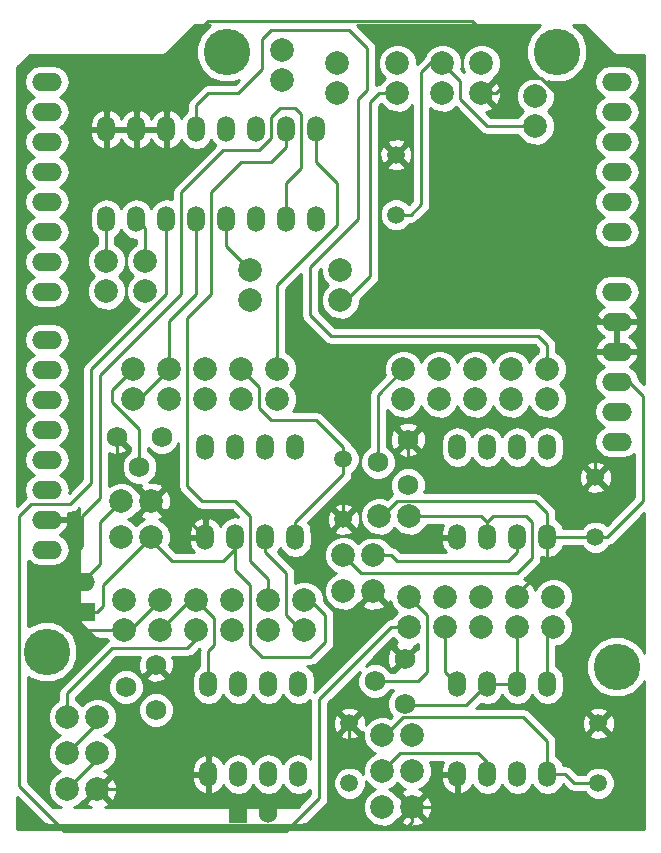
<source format=gtl>
G04 #@! TF.FileFunction,Copper,L1,Top,Signal*
%FSLAX46Y46*%
G04 Gerber Fmt 4.6, Leading zero omitted, Abs format (unit mm)*
G04 Created by KiCad (PCBNEW 4.0.6) date 10/27/17 08:06:12*
%MOMM*%
%LPD*%
G01*
G04 APERTURE LIST*
%ADD10C,0.100000*%
%ADD11C,1.501140*%
%ADD12C,1.998980*%
%ADD13O,2.540000X1.524000*%
%ADD14C,3.937000*%
%ADD15O,1.501140X2.199640*%
%ADD16C,1.750060*%
%ADD17R,1.524000X2.199640*%
%ADD18O,1.524000X2.199640*%
%ADD19R,2.199640X1.524000*%
%ADD20O,2.199640X1.524000*%
%ADD21C,0.250000*%
%ADD22C,0.254000*%
G04 APERTURE END LIST*
D10*
D11*
X84836000Y-135890000D03*
X84836000Y-130810000D03*
X105918000Y-135890000D03*
X105918000Y-130810000D03*
X84328000Y-108458000D03*
X84328000Y-113538000D03*
X105664000Y-115062000D03*
X105664000Y-109982000D03*
X88773000Y-87757000D03*
X88773000Y-82677000D03*
D12*
X83820000Y-77470000D03*
X83820000Y-74930000D03*
X88900000Y-77470000D03*
X88900000Y-74930000D03*
X65786000Y-120396000D03*
X65786000Y-122936000D03*
X89916000Y-120142000D03*
X89916000Y-122682000D03*
X68834000Y-120396000D03*
X68834000Y-122936000D03*
X92964000Y-120142000D03*
X92964000Y-122682000D03*
X74930000Y-120396000D03*
X74930000Y-122936000D03*
X99060000Y-120142000D03*
X99060000Y-122682000D03*
X77978000Y-120396000D03*
X77978000Y-122936000D03*
X102108000Y-120142000D03*
X102108000Y-122682000D03*
X71882000Y-120396000D03*
X71882000Y-122936000D03*
X96012000Y-120142000D03*
X96012000Y-122682000D03*
X60960000Y-133350000D03*
X63500000Y-133350000D03*
X60960000Y-136398000D03*
X63500000Y-136398000D03*
X87630000Y-134874000D03*
X90170000Y-134874000D03*
X87630000Y-137922000D03*
X90170000Y-137922000D03*
X60960000Y-130302000D03*
X63500000Y-130302000D03*
X87630000Y-131826000D03*
X90170000Y-131826000D03*
X66548000Y-100838000D03*
X66548000Y-103378000D03*
X89408000Y-100838000D03*
X89408000Y-103378000D03*
X69596000Y-100838000D03*
X69596000Y-103378000D03*
X92456000Y-100838000D03*
X92456000Y-103378000D03*
X75692000Y-100838000D03*
X75692000Y-103378000D03*
X98552000Y-100838000D03*
X98552000Y-103378000D03*
X78740000Y-100838000D03*
X78740000Y-103378000D03*
X101600000Y-100838000D03*
X101600000Y-103378000D03*
X72644000Y-100838000D03*
X72644000Y-103378000D03*
X95504000Y-100838000D03*
X95504000Y-103378000D03*
X81026000Y-120396000D03*
X81026000Y-122936000D03*
X65532000Y-112014000D03*
X68072000Y-112014000D03*
X84328000Y-116586000D03*
X86868000Y-116586000D03*
X84328000Y-119634000D03*
X86868000Y-119634000D03*
X65532000Y-115062000D03*
X68072000Y-115062000D03*
X87376000Y-113284000D03*
X89916000Y-113284000D03*
X96012000Y-74930000D03*
X96012000Y-77470000D03*
X67564000Y-91694000D03*
X67564000Y-94234000D03*
X64262000Y-91694000D03*
X64262000Y-94234000D03*
X79121000Y-76327000D03*
X79121000Y-73787000D03*
X92710000Y-74930000D03*
X92710000Y-77470000D03*
X76454000Y-92456000D03*
X76454000Y-94996000D03*
X84074000Y-92456000D03*
X84074000Y-94996000D03*
D13*
X107460000Y-76500000D03*
X107460000Y-79040000D03*
X107460000Y-81580000D03*
X107460000Y-89200000D03*
X107460000Y-86660000D03*
X107460000Y-84120000D03*
X107460000Y-94280000D03*
X107460000Y-96820000D03*
X107460000Y-99360000D03*
X107460000Y-104440000D03*
X107460000Y-106980000D03*
X59200000Y-76500000D03*
X59200000Y-79040000D03*
X59200000Y-81580000D03*
X59200000Y-84120000D03*
X59200000Y-86660000D03*
X59200000Y-89200000D03*
X59200000Y-91740000D03*
X59200000Y-94280000D03*
X59200000Y-98344000D03*
X59200000Y-100884000D03*
X59200000Y-103424000D03*
X59200000Y-105964000D03*
X59200000Y-108504000D03*
X59200000Y-111044000D03*
X59200000Y-113584000D03*
X59200000Y-116124000D03*
X107460000Y-101900000D03*
D14*
X102380000Y-73960000D03*
X74440000Y-73960000D03*
X59200000Y-124760000D03*
X107460000Y-126030000D03*
D15*
X80518000Y-127508000D03*
X77978000Y-127508000D03*
X75438000Y-127508000D03*
X72898000Y-127508000D03*
X72898000Y-135128000D03*
X75438000Y-135128000D03*
X77978000Y-135128000D03*
X80518000Y-135128000D03*
X101600000Y-127508000D03*
X99060000Y-127508000D03*
X96520000Y-127508000D03*
X93980000Y-127508000D03*
X93980000Y-135128000D03*
X96520000Y-135128000D03*
X99060000Y-135128000D03*
X101600000Y-135128000D03*
X80264000Y-107442000D03*
X77724000Y-107442000D03*
X75184000Y-107442000D03*
X72644000Y-107442000D03*
X72644000Y-115062000D03*
X75184000Y-115062000D03*
X77724000Y-115062000D03*
X80264000Y-115062000D03*
X101600000Y-107442000D03*
X99060000Y-107442000D03*
X96520000Y-107442000D03*
X93980000Y-107442000D03*
X93980000Y-115062000D03*
X96520000Y-115062000D03*
X99060000Y-115062000D03*
X101600000Y-115062000D03*
X82042000Y-80518000D03*
X79502000Y-80518000D03*
X76962000Y-80518000D03*
X74422000Y-80518000D03*
X71882000Y-80518000D03*
X69342000Y-80518000D03*
X66802000Y-80518000D03*
X64262000Y-80518000D03*
X64262000Y-88138000D03*
X66802000Y-88138000D03*
X69342000Y-88138000D03*
X71882000Y-88138000D03*
X74422000Y-88138000D03*
X76962000Y-88138000D03*
X79502000Y-88138000D03*
X82042000Y-88138000D03*
D12*
X100584000Y-80264000D03*
X100584000Y-77724000D03*
D16*
X68453000Y-125857000D03*
X65913000Y-127762000D03*
X68453000Y-129667000D03*
X89535000Y-125349000D03*
X86995000Y-127254000D03*
X89535000Y-129159000D03*
X65151000Y-106553000D03*
X67056000Y-109093000D03*
X68961000Y-106553000D03*
X89789000Y-106807000D03*
X87249000Y-108712000D03*
X89789000Y-110617000D03*
D17*
X75438000Y-138176000D03*
D18*
X77978000Y-138176000D03*
D17*
X96520000Y-138176000D03*
D18*
X99060000Y-138176000D03*
D19*
X62230000Y-121412000D03*
D20*
X62230000Y-118872000D03*
D19*
X107188000Y-120904000D03*
D20*
X107188000Y-118364000D03*
D21*
X99060000Y-119888000D02*
X99060000Y-120142000D01*
X101600000Y-117348000D02*
X99060000Y-119888000D01*
X101600000Y-115062000D02*
X101600000Y-117348000D01*
X105918000Y-135890000D02*
X103886000Y-135890000D01*
X103886000Y-135890000D02*
X103124000Y-135128000D01*
X103124000Y-135128000D02*
X101600000Y-135128000D01*
X87630000Y-131826000D02*
X87884000Y-131826000D01*
X87884000Y-131826000D02*
X89408000Y-130302000D01*
X89408000Y-130302000D02*
X99568000Y-130302000D01*
X99568000Y-130302000D02*
X101600000Y-132334000D01*
X101600000Y-132334000D02*
X101600000Y-135128000D01*
X71882000Y-122936000D02*
X71882000Y-123698000D01*
X71882000Y-123698000D02*
X71120000Y-124460000D01*
X60960000Y-128270000D02*
X60960000Y-130302000D01*
X64770000Y-124460000D02*
X60960000Y-128270000D01*
X71120000Y-124460000D02*
X64770000Y-124460000D01*
X84328000Y-108458000D02*
X84328000Y-109728000D01*
X80264000Y-113792000D02*
X80264000Y-115062000D01*
X84328000Y-109728000D02*
X80264000Y-113792000D01*
X87376000Y-113284000D02*
X87630000Y-113284000D01*
X87630000Y-113284000D02*
X88900000Y-112014000D01*
X101600000Y-113030000D02*
X101600000Y-115062000D01*
X100584000Y-112014000D02*
X101600000Y-113030000D01*
X88900000Y-112014000D02*
X100584000Y-112014000D01*
X75692000Y-100838000D02*
X77216000Y-102362000D01*
X84328000Y-107442000D02*
X84328000Y-108458000D01*
X82042000Y-105156000D02*
X84328000Y-107442000D01*
X78232000Y-105156000D02*
X82042000Y-105156000D01*
X77216000Y-104140000D02*
X78232000Y-105156000D01*
X77216000Y-102362000D02*
X77216000Y-104140000D01*
X101600000Y-115062000D02*
X105664000Y-115062000D01*
X107460000Y-101900000D02*
X108504000Y-101900000D01*
X108504000Y-101900000D02*
X109728000Y-103124000D01*
X106680000Y-115062000D02*
X105664000Y-115062000D01*
X109728000Y-112014000D02*
X106680000Y-115062000D01*
X109728000Y-103124000D02*
X109728000Y-112014000D01*
X100584000Y-80264000D02*
X96520000Y-80264000D01*
X94234000Y-76454000D02*
X92710000Y-74930000D01*
X94234000Y-77978000D02*
X94234000Y-76454000D01*
X96520000Y-80264000D02*
X94234000Y-77978000D01*
X92710000Y-74930000D02*
X91694000Y-74930000D01*
X90043000Y-87757000D02*
X88773000Y-87757000D01*
X90932000Y-86868000D02*
X90043000Y-87757000D01*
X90932000Y-75692000D02*
X90932000Y-86868000D01*
X91694000Y-74930000D02*
X90932000Y-75692000D01*
X89789000Y-106807000D02*
X89789000Y-108331000D01*
X89789000Y-108331000D02*
X87630000Y-110490000D01*
X87630000Y-110490000D02*
X85344000Y-110490000D01*
X85344000Y-110490000D02*
X84328000Y-111506000D01*
X84328000Y-111506000D02*
X84328000Y-113538000D01*
X93980000Y-135128000D02*
X93980000Y-136652000D01*
X92710000Y-137922000D02*
X90170000Y-137922000D01*
X93980000Y-136652000D02*
X92710000Y-137922000D01*
X84836000Y-130810000D02*
X84836000Y-132842000D01*
X90170000Y-139192000D02*
X90170000Y-137922000D01*
X89662000Y-139700000D02*
X90170000Y-139192000D01*
X85852000Y-139700000D02*
X89662000Y-139700000D01*
X83312000Y-137160000D02*
X85852000Y-139700000D01*
X83312000Y-134366000D02*
X83312000Y-137160000D01*
X84836000Y-132842000D02*
X83312000Y-134366000D01*
X68453000Y-125857000D02*
X70866000Y-128270000D01*
X72898000Y-132588000D02*
X72898000Y-135128000D01*
X70866000Y-130556000D02*
X72898000Y-132588000D01*
X70866000Y-128270000D02*
X70866000Y-130556000D01*
X63500000Y-136398000D02*
X68072000Y-136398000D01*
X69342000Y-135128000D02*
X72898000Y-135128000D01*
X72644000Y-115062000D02*
X70358000Y-112776000D01*
X68834000Y-112776000D02*
X68072000Y-112014000D01*
X70358000Y-112776000D02*
X68834000Y-112776000D01*
X93980000Y-115062000D02*
X85852000Y-115062000D01*
X85852000Y-115062000D02*
X84328000Y-113538000D01*
X65151000Y-106553000D02*
X65151000Y-109347000D01*
X65151000Y-109347000D02*
X67818000Y-112014000D01*
X67818000Y-112014000D02*
X68072000Y-112014000D01*
X89789000Y-106807000D02*
X90043000Y-106807000D01*
X90043000Y-106807000D02*
X91440000Y-105410000D01*
X91440000Y-105410000D02*
X103124000Y-105410000D01*
X103124000Y-105410000D02*
X105664000Y-107950000D01*
X105664000Y-107950000D02*
X105664000Y-109982000D01*
X107460000Y-96820000D02*
X106218000Y-96820000D01*
X106218000Y-96820000D02*
X104140000Y-94742000D01*
X101092000Y-76200000D02*
X98044000Y-76200000D01*
X104140000Y-79248000D02*
X101092000Y-76200000D01*
X104140000Y-94742000D02*
X104140000Y-79248000D01*
X69342000Y-80518000D02*
X69342000Y-74930000D01*
X95250000Y-71374000D02*
X98044000Y-74168000D01*
X72898000Y-71374000D02*
X95250000Y-71374000D01*
X69342000Y-74930000D02*
X72898000Y-71374000D01*
X97282000Y-77470000D02*
X96012000Y-77470000D01*
X98044000Y-74168000D02*
X98044000Y-76200000D01*
X98044000Y-76200000D02*
X98044000Y-76708000D01*
X98044000Y-76708000D02*
X97282000Y-77470000D01*
X66802000Y-80518000D02*
X69342000Y-80518000D01*
X64262000Y-80518000D02*
X66802000Y-80518000D01*
X68072000Y-136398000D02*
X69342000Y-135128000D01*
X88900000Y-77470000D02*
X87376000Y-77470000D01*
X86614000Y-92964000D02*
X84582000Y-94996000D01*
X86614000Y-78232000D02*
X86614000Y-92964000D01*
X87376000Y-77470000D02*
X86614000Y-78232000D01*
X84582000Y-94996000D02*
X84074000Y-94996000D01*
X74422000Y-88138000D02*
X74422000Y-90424000D01*
X74422000Y-90424000D02*
X76454000Y-92456000D01*
X70612000Y-94488000D02*
X63754000Y-101346000D01*
X79502000Y-88138000D02*
X79502000Y-85090000D01*
X80772000Y-83820000D02*
X79502000Y-85090000D01*
X80772000Y-79248000D02*
X80772000Y-83820000D01*
X80264000Y-78740000D02*
X80772000Y-79248000D01*
X78994000Y-78740000D02*
X80264000Y-78740000D01*
X78232000Y-79502000D02*
X78994000Y-78740000D01*
X78232000Y-81280000D02*
X78232000Y-79502000D01*
X77216000Y-82296000D02*
X78232000Y-81280000D01*
X74168000Y-82296000D02*
X77216000Y-82296000D01*
X70612000Y-85852000D02*
X74168000Y-82296000D01*
X70612000Y-94488000D02*
X70612000Y-85852000D01*
X60960000Y-122936000D02*
X65786000Y-122936000D01*
X59944000Y-121920000D02*
X60960000Y-122936000D01*
X59944000Y-118110000D02*
X59944000Y-121920000D01*
X62230000Y-115824000D02*
X59944000Y-118110000D01*
X62230000Y-113284000D02*
X62230000Y-115824000D01*
X63754000Y-111760000D02*
X62230000Y-113284000D01*
X63754000Y-101346000D02*
X63754000Y-111760000D01*
X65786000Y-122936000D02*
X66294000Y-122936000D01*
X66294000Y-122936000D02*
X68834000Y-120396000D01*
X89916000Y-120142000D02*
X91440000Y-121666000D01*
X90678000Y-127254000D02*
X86995000Y-127254000D01*
X91440000Y-126492000D02*
X90678000Y-127254000D01*
X91440000Y-124714000D02*
X91440000Y-126492000D01*
X91440000Y-121666000D02*
X91440000Y-124714000D01*
X56896000Y-136144000D02*
X60706000Y-139954000D01*
X69342000Y-94234000D02*
X69342000Y-94488000D01*
X69342000Y-94488000D02*
X62992000Y-100838000D01*
X62992000Y-100838000D02*
X62992000Y-110490000D01*
X62992000Y-110490000D02*
X61214000Y-112268000D01*
X61214000Y-112268000D02*
X57912000Y-112268000D01*
X57912000Y-112268000D02*
X56896000Y-113284000D01*
X56896000Y-113284000D02*
X56896000Y-136144000D01*
X82296000Y-137160000D02*
X82296000Y-128778000D01*
X82296000Y-128778000D02*
X88392000Y-122682000D01*
X89916000Y-122682000D02*
X88392000Y-122682000D01*
X69342000Y-94234000D02*
X69342000Y-88138000D01*
X79502000Y-139954000D02*
X82296000Y-137160000D01*
X60706000Y-139954000D02*
X79502000Y-139954000D01*
X92964000Y-120142000D02*
X92456000Y-120142000D01*
X72898000Y-127508000D02*
X72898000Y-124714000D01*
X73406000Y-121920000D02*
X71882000Y-120396000D01*
X73406000Y-124206000D02*
X73406000Y-121920000D01*
X72898000Y-124714000D02*
X73406000Y-124206000D01*
X71882000Y-120396000D02*
X71374000Y-120396000D01*
X71374000Y-120396000D02*
X68834000Y-122936000D01*
X92964000Y-122682000D02*
X92964000Y-126492000D01*
X92964000Y-126492000D02*
X93980000Y-127508000D01*
X71120000Y-96520000D02*
X71120000Y-110744000D01*
X79502000Y-80518000D02*
X79502000Y-82042000D01*
X77978000Y-118618000D02*
X77978000Y-120396000D01*
X76454000Y-117094000D02*
X77978000Y-118618000D01*
X76454000Y-113284000D02*
X76454000Y-117094000D01*
X75184000Y-112014000D02*
X76454000Y-113284000D01*
X72390000Y-112014000D02*
X75184000Y-112014000D01*
X71120000Y-110744000D02*
X72390000Y-112014000D01*
X73152000Y-94488000D02*
X71120000Y-96520000D01*
X73152000Y-85852000D02*
X73152000Y-94488000D01*
X75692000Y-83312000D02*
X73152000Y-85852000D01*
X78232000Y-83312000D02*
X75692000Y-83312000D01*
X79502000Y-82042000D02*
X78232000Y-83312000D01*
X102108000Y-122682000D02*
X101600000Y-123190000D01*
X101600000Y-123190000D02*
X101600000Y-127508000D01*
X67056000Y-109093000D02*
X67056000Y-105918000D01*
X64770000Y-102616000D02*
X66548000Y-100838000D01*
X64770000Y-103632000D02*
X64770000Y-102616000D01*
X67056000Y-105918000D02*
X64770000Y-103632000D01*
X66548000Y-103378000D02*
X67056000Y-103378000D01*
X67056000Y-103378000D02*
X69596000Y-100838000D01*
X71882000Y-88138000D02*
X71882000Y-94488000D01*
X69596000Y-96774000D02*
X69596000Y-100838000D01*
X71882000Y-94488000D02*
X69596000Y-96774000D01*
X87249000Y-108712000D02*
X87249000Y-102997000D01*
X87249000Y-102997000D02*
X89408000Y-100838000D01*
X82042000Y-80518000D02*
X82042000Y-83312000D01*
X78740000Y-93726000D02*
X78740000Y-100838000D01*
X83820000Y-88646000D02*
X78740000Y-93726000D01*
X83820000Y-85090000D02*
X83820000Y-88646000D01*
X82042000Y-83312000D02*
X83820000Y-85090000D01*
X85598000Y-77978000D02*
X85598000Y-88138000D01*
X71882000Y-80518000D02*
X71882000Y-78486000D01*
X101600000Y-98806000D02*
X101600000Y-100838000D01*
X100838000Y-98044000D02*
X101600000Y-98806000D01*
X83312000Y-98044000D02*
X100838000Y-98044000D01*
X81534000Y-96266000D02*
X83312000Y-98044000D01*
X81534000Y-92202000D02*
X81534000Y-96266000D01*
X85598000Y-88138000D02*
X81534000Y-92202000D01*
X86360000Y-77216000D02*
X85598000Y-77978000D01*
X86360000Y-73660000D02*
X86360000Y-77216000D01*
X84836000Y-72136000D02*
X86360000Y-73660000D01*
X78232000Y-72136000D02*
X84836000Y-72136000D01*
X77470000Y-72898000D02*
X78232000Y-72136000D01*
X77470000Y-75438000D02*
X77470000Y-72898000D01*
X75438000Y-77470000D02*
X77470000Y-75438000D01*
X72898000Y-77470000D02*
X75438000Y-77470000D01*
X71882000Y-78486000D02*
X72898000Y-77470000D01*
X67564000Y-91694000D02*
X67564000Y-88900000D01*
X67564000Y-88900000D02*
X66802000Y-88138000D01*
X64262000Y-91694000D02*
X64262000Y-88138000D01*
X99060000Y-122682000D02*
X99060000Y-127508000D01*
X99060000Y-127508000D02*
X96520000Y-127508000D01*
X89535000Y-129159000D02*
X89662000Y-129286000D01*
X89662000Y-129286000D02*
X94742000Y-129286000D01*
X94742000Y-129286000D02*
X96520000Y-127508000D01*
X63500000Y-130302000D02*
X63500000Y-130810000D01*
X63500000Y-130810000D02*
X60960000Y-133350000D01*
X63500000Y-133350000D02*
X63500000Y-133858000D01*
X63500000Y-133858000D02*
X60960000Y-136398000D01*
X87630000Y-134874000D02*
X89154000Y-133350000D01*
X95758000Y-133350000D02*
X96520000Y-134112000D01*
X89154000Y-133350000D02*
X95758000Y-133350000D01*
X96520000Y-134112000D02*
X96520000Y-135128000D01*
X68072000Y-115062000D02*
X64008000Y-119126000D01*
X63500000Y-121412000D02*
X62230000Y-121412000D01*
X64008000Y-120904000D02*
X63500000Y-121412000D01*
X64008000Y-119126000D02*
X64008000Y-120904000D01*
X81026000Y-120396000D02*
X81534000Y-120396000D01*
X81534000Y-120396000D02*
X82804000Y-121666000D01*
X82804000Y-121666000D02*
X82804000Y-123952000D01*
X82804000Y-123952000D02*
X81534000Y-125222000D01*
X81534000Y-125222000D02*
X77470000Y-125222000D01*
X77470000Y-125222000D02*
X76454000Y-124206000D01*
X76454000Y-124206000D02*
X76454000Y-119126000D01*
X76454000Y-119126000D02*
X75184000Y-117856000D01*
X75184000Y-117856000D02*
X75184000Y-115062000D01*
X75184000Y-115062000D02*
X75184000Y-116078000D01*
X75184000Y-116078000D02*
X74168000Y-117094000D01*
X74168000Y-117094000D02*
X69850000Y-117094000D01*
X69850000Y-117094000D02*
X68072000Y-115316000D01*
X68072000Y-115316000D02*
X68072000Y-115062000D01*
X65532000Y-112014000D02*
X63754000Y-113792000D01*
X63754000Y-117348000D02*
X62230000Y-118872000D01*
X63754000Y-113792000D02*
X63754000Y-117348000D01*
X81026000Y-122936000D02*
X80772000Y-122936000D01*
X80772000Y-122936000D02*
X79502000Y-121666000D01*
X79502000Y-121666000D02*
X79502000Y-118110000D01*
X79502000Y-118110000D02*
X77724000Y-116332000D01*
X77724000Y-116332000D02*
X77724000Y-115062000D01*
X96520000Y-115062000D02*
X96520000Y-113792000D01*
X96520000Y-113792000D02*
X97028000Y-113284000D01*
X85852000Y-118110000D02*
X84328000Y-116586000D01*
X99060000Y-118110000D02*
X85852000Y-118110000D01*
X100330000Y-116840000D02*
X99060000Y-118110000D01*
X100330000Y-113792000D02*
X100330000Y-116840000D01*
X99822000Y-113284000D02*
X100330000Y-113792000D01*
X97028000Y-113284000D02*
X99822000Y-113284000D01*
X89916000Y-113284000D02*
X96012000Y-113284000D01*
X96012000Y-113284000D02*
X96520000Y-113792000D01*
X86868000Y-116586000D02*
X88392000Y-116586000D01*
X99060000Y-116332000D02*
X99060000Y-115062000D01*
X98298000Y-117094000D02*
X99060000Y-116332000D01*
X88900000Y-117094000D02*
X98298000Y-117094000D01*
X88392000Y-116586000D02*
X88900000Y-117094000D01*
D22*
G36*
X109790000Y-124851391D02*
X109668427Y-124557162D01*
X108936690Y-123824147D01*
X107980140Y-123426953D01*
X106944404Y-123426049D01*
X105987162Y-123821573D01*
X105254147Y-124553310D01*
X104856953Y-125509860D01*
X104856049Y-126545596D01*
X105251573Y-127502838D01*
X105983310Y-128235853D01*
X106939860Y-128633047D01*
X107975596Y-128633951D01*
X108932838Y-128238427D01*
X109665853Y-127506690D01*
X109790000Y-127207711D01*
X109790000Y-139790000D01*
X56710000Y-139790000D01*
X56710000Y-137032802D01*
X58898599Y-139221401D01*
X59145160Y-139386148D01*
X59193414Y-139395746D01*
X59436000Y-139444000D01*
X80772000Y-139444000D01*
X81062839Y-139386148D01*
X81309401Y-139221401D01*
X82833401Y-137697401D01*
X82998148Y-137450840D01*
X83014117Y-137370557D01*
X83056000Y-137160000D01*
X83056000Y-131781930D01*
X84043675Y-131781930D01*
X84111735Y-132022931D01*
X84631034Y-132207767D01*
X85181538Y-132179805D01*
X85560265Y-132022931D01*
X85628325Y-131781930D01*
X84836000Y-130989605D01*
X84043675Y-131781930D01*
X83056000Y-131781930D01*
X83056000Y-130605034D01*
X83438233Y-130605034D01*
X83466195Y-131155538D01*
X83623069Y-131534265D01*
X83864070Y-131602325D01*
X84656395Y-130810000D01*
X83864070Y-130017675D01*
X83623069Y-130085735D01*
X83438233Y-130605034D01*
X83056000Y-130605034D01*
X83056000Y-129838070D01*
X84043675Y-129838070D01*
X84836000Y-130630395D01*
X85628325Y-129838070D01*
X85560265Y-129597069D01*
X85040966Y-129412233D01*
X84490462Y-129440195D01*
X84111735Y-129597069D01*
X84043675Y-129838070D01*
X83056000Y-129838070D01*
X83056000Y-129092802D01*
X85690273Y-126458529D01*
X85485233Y-126952319D01*
X85484709Y-127553046D01*
X85714113Y-128108246D01*
X86138520Y-128533394D01*
X86693319Y-128763767D01*
X87294046Y-128764291D01*
X87849246Y-128534887D01*
X88274394Y-128110480D01*
X88314456Y-128014000D01*
X88544630Y-128014000D01*
X88255606Y-128302520D01*
X88025233Y-128857319D01*
X88024709Y-129458046D01*
X88254113Y-130013246D01*
X88437872Y-130197326D01*
X88300558Y-130334640D01*
X87956547Y-130191794D01*
X87306306Y-130191226D01*
X86705345Y-130439538D01*
X86245154Y-130898927D01*
X86229756Y-130936008D01*
X86205805Y-130464462D01*
X86048931Y-130085735D01*
X85807930Y-130017675D01*
X85015605Y-130810000D01*
X85807930Y-131602325D01*
X85995750Y-131549283D01*
X85995226Y-132149694D01*
X86243538Y-132750655D01*
X86702927Y-133210846D01*
X87038130Y-133350034D01*
X86705345Y-133487538D01*
X86245154Y-133946927D01*
X85995794Y-134547453D01*
X85995320Y-135090141D01*
X85621887Y-134716056D01*
X85112816Y-134504671D01*
X84561602Y-134504190D01*
X84052163Y-134714686D01*
X83662056Y-135104113D01*
X83450671Y-135613184D01*
X83450190Y-136164398D01*
X83660686Y-136673837D01*
X84050113Y-137063944D01*
X84559184Y-137275329D01*
X85110398Y-137275810D01*
X85619837Y-137065314D01*
X86009944Y-136675887D01*
X86221329Y-136166816D01*
X86221696Y-135745794D01*
X86243538Y-135798655D01*
X86702927Y-136258846D01*
X87038130Y-136398034D01*
X86705345Y-136535538D01*
X86245154Y-136994927D01*
X85995794Y-137595453D01*
X85995226Y-138245694D01*
X86243538Y-138846655D01*
X86702927Y-139306846D01*
X87303453Y-139556206D01*
X87953694Y-139556774D01*
X88554655Y-139308462D01*
X88789362Y-139074163D01*
X89197443Y-139074163D01*
X89296042Y-139340965D01*
X89905582Y-139567401D01*
X90555377Y-139543341D01*
X91043958Y-139340965D01*
X91142557Y-139074163D01*
X90170000Y-138101605D01*
X89197443Y-139074163D01*
X88789362Y-139074163D01*
X88982401Y-138881461D01*
X89017837Y-138894557D01*
X89990395Y-137922000D01*
X90349605Y-137922000D01*
X91322163Y-138894557D01*
X91588965Y-138795958D01*
X91815401Y-138186418D01*
X91791341Y-137536623D01*
X91588965Y-137048042D01*
X91322163Y-136949443D01*
X90349605Y-137922000D01*
X89990395Y-137922000D01*
X89017837Y-136949443D01*
X88981901Y-136962724D01*
X88557073Y-136537154D01*
X88221870Y-136397966D01*
X88554655Y-136260462D01*
X88900199Y-135915520D01*
X89242927Y-136258846D01*
X89563851Y-136392105D01*
X89296042Y-136503035D01*
X89197443Y-136769837D01*
X90170000Y-137742395D01*
X91142557Y-136769837D01*
X91043958Y-136503035D01*
X90761517Y-136398112D01*
X91094655Y-136260462D01*
X91554846Y-135801073D01*
X91781595Y-135255000D01*
X92594430Y-135255000D01*
X92594430Y-135604250D01*
X92748501Y-136124817D01*
X93090056Y-136546798D01*
X93567097Y-136805950D01*
X93638725Y-136820133D01*
X93853000Y-136697479D01*
X93853000Y-135255000D01*
X92594430Y-135255000D01*
X91781595Y-135255000D01*
X91804206Y-135200547D01*
X91804774Y-134550306D01*
X91622843Y-134110000D01*
X92765647Y-134110000D01*
X92748501Y-134131183D01*
X92594430Y-134651750D01*
X92594430Y-135001000D01*
X93853000Y-135001000D01*
X93853000Y-134981000D01*
X94107000Y-134981000D01*
X94107000Y-135001000D01*
X94127000Y-135001000D01*
X94127000Y-135255000D01*
X94107000Y-135255000D01*
X94107000Y-136697479D01*
X94321275Y-136820133D01*
X94392903Y-136805950D01*
X94869944Y-136546798D01*
X95211499Y-136124817D01*
X95238399Y-136033928D01*
X95239900Y-136041472D01*
X95540254Y-136490983D01*
X95989765Y-136791337D01*
X96520000Y-136896807D01*
X97050235Y-136791337D01*
X97499746Y-136490983D01*
X97790000Y-136056588D01*
X98080254Y-136490983D01*
X98529765Y-136791337D01*
X99060000Y-136896807D01*
X99590235Y-136791337D01*
X100039746Y-136490983D01*
X100330000Y-136056588D01*
X100620254Y-136490983D01*
X101069765Y-136791337D01*
X101600000Y-136896807D01*
X102130235Y-136791337D01*
X102579746Y-136490983D01*
X102880100Y-136041472D01*
X102893799Y-135972601D01*
X103348599Y-136427401D01*
X103595161Y-136592148D01*
X103886000Y-136650000D01*
X104732837Y-136650000D01*
X104742686Y-136673837D01*
X105132113Y-137063944D01*
X105641184Y-137275329D01*
X106192398Y-137275810D01*
X106701837Y-137065314D01*
X107091944Y-136675887D01*
X107303329Y-136166816D01*
X107303810Y-135615602D01*
X107093314Y-135106163D01*
X106703887Y-134716056D01*
X106194816Y-134504671D01*
X105643602Y-134504190D01*
X105134163Y-134714686D01*
X104744056Y-135104113D01*
X104733307Y-135130000D01*
X104200802Y-135130000D01*
X103661401Y-134590599D01*
X103414839Y-134425852D01*
X103124000Y-134368000D01*
X102910627Y-134368000D01*
X102880100Y-134214528D01*
X102579746Y-133765017D01*
X102360000Y-133618187D01*
X102360000Y-132334000D01*
X102302148Y-132043161D01*
X102137401Y-131796599D01*
X102122732Y-131781930D01*
X105125675Y-131781930D01*
X105193735Y-132022931D01*
X105713034Y-132207767D01*
X106263538Y-132179805D01*
X106642265Y-132022931D01*
X106710325Y-131781930D01*
X105918000Y-130989605D01*
X105125675Y-131781930D01*
X102122732Y-131781930D01*
X100945836Y-130605034D01*
X104520233Y-130605034D01*
X104548195Y-131155538D01*
X104705069Y-131534265D01*
X104946070Y-131602325D01*
X105738395Y-130810000D01*
X106097605Y-130810000D01*
X106889930Y-131602325D01*
X107130931Y-131534265D01*
X107315767Y-131014966D01*
X107287805Y-130464462D01*
X107130931Y-130085735D01*
X106889930Y-130017675D01*
X106097605Y-130810000D01*
X105738395Y-130810000D01*
X104946070Y-130017675D01*
X104705069Y-130085735D01*
X104520233Y-130605034D01*
X100945836Y-130605034D01*
X100178872Y-129838070D01*
X105125675Y-129838070D01*
X105918000Y-130630395D01*
X106710325Y-129838070D01*
X106642265Y-129597069D01*
X106122966Y-129412233D01*
X105572462Y-129440195D01*
X105193735Y-129597069D01*
X105125675Y-129838070D01*
X100178872Y-129838070D01*
X100105401Y-129764599D01*
X99858839Y-129599852D01*
X99568000Y-129542000D01*
X95560802Y-129542000D01*
X95954817Y-129147985D01*
X95989765Y-129171337D01*
X96520000Y-129276807D01*
X97050235Y-129171337D01*
X97499746Y-128870983D01*
X97790000Y-128436588D01*
X98080254Y-128870983D01*
X98529765Y-129171337D01*
X99060000Y-129276807D01*
X99590235Y-129171337D01*
X100039746Y-128870983D01*
X100330000Y-128436588D01*
X100620254Y-128870983D01*
X101069765Y-129171337D01*
X101600000Y-129276807D01*
X102130235Y-129171337D01*
X102579746Y-128870983D01*
X102880100Y-128421472D01*
X102985570Y-127891237D01*
X102985570Y-127124763D01*
X102880100Y-126594528D01*
X102579746Y-126145017D01*
X102360000Y-125998187D01*
X102360000Y-124316711D01*
X102431694Y-124316774D01*
X103032655Y-124068462D01*
X103492846Y-123609073D01*
X103742206Y-123008547D01*
X103742774Y-122358306D01*
X103494462Y-121757345D01*
X103149520Y-121411801D01*
X103492846Y-121069073D01*
X103742206Y-120468547D01*
X103742774Y-119818306D01*
X103494462Y-119217345D01*
X103035073Y-118757154D01*
X102434547Y-118507794D01*
X101784306Y-118507226D01*
X101183345Y-118755538D01*
X100723154Y-119214927D01*
X100583966Y-119550130D01*
X100446462Y-119217345D01*
X99987073Y-118757154D01*
X99634181Y-118610621D01*
X100867401Y-117377401D01*
X101032148Y-117130840D01*
X101090000Y-116840000D01*
X101090000Y-116729362D01*
X101600000Y-116830807D01*
X102130235Y-116725337D01*
X102579746Y-116424983D01*
X102880100Y-115975472D01*
X102910627Y-115822000D01*
X104478837Y-115822000D01*
X104488686Y-115845837D01*
X104878113Y-116235944D01*
X105387184Y-116447329D01*
X105938398Y-116447810D01*
X106447837Y-116237314D01*
X106837944Y-115847887D01*
X106863881Y-115785423D01*
X106970839Y-115764148D01*
X107217401Y-115599401D01*
X109790000Y-113026802D01*
X109790000Y-124851391D01*
X109790000Y-124851391D01*
G37*
X109790000Y-124851391D02*
X109668427Y-124557162D01*
X108936690Y-123824147D01*
X107980140Y-123426953D01*
X106944404Y-123426049D01*
X105987162Y-123821573D01*
X105254147Y-124553310D01*
X104856953Y-125509860D01*
X104856049Y-126545596D01*
X105251573Y-127502838D01*
X105983310Y-128235853D01*
X106939860Y-128633047D01*
X107975596Y-128633951D01*
X108932838Y-128238427D01*
X109665853Y-127506690D01*
X109790000Y-127207711D01*
X109790000Y-139790000D01*
X56710000Y-139790000D01*
X56710000Y-137032802D01*
X58898599Y-139221401D01*
X59145160Y-139386148D01*
X59193414Y-139395746D01*
X59436000Y-139444000D01*
X80772000Y-139444000D01*
X81062839Y-139386148D01*
X81309401Y-139221401D01*
X82833401Y-137697401D01*
X82998148Y-137450840D01*
X83014117Y-137370557D01*
X83056000Y-137160000D01*
X83056000Y-131781930D01*
X84043675Y-131781930D01*
X84111735Y-132022931D01*
X84631034Y-132207767D01*
X85181538Y-132179805D01*
X85560265Y-132022931D01*
X85628325Y-131781930D01*
X84836000Y-130989605D01*
X84043675Y-131781930D01*
X83056000Y-131781930D01*
X83056000Y-130605034D01*
X83438233Y-130605034D01*
X83466195Y-131155538D01*
X83623069Y-131534265D01*
X83864070Y-131602325D01*
X84656395Y-130810000D01*
X83864070Y-130017675D01*
X83623069Y-130085735D01*
X83438233Y-130605034D01*
X83056000Y-130605034D01*
X83056000Y-129838070D01*
X84043675Y-129838070D01*
X84836000Y-130630395D01*
X85628325Y-129838070D01*
X85560265Y-129597069D01*
X85040966Y-129412233D01*
X84490462Y-129440195D01*
X84111735Y-129597069D01*
X84043675Y-129838070D01*
X83056000Y-129838070D01*
X83056000Y-129092802D01*
X85690273Y-126458529D01*
X85485233Y-126952319D01*
X85484709Y-127553046D01*
X85714113Y-128108246D01*
X86138520Y-128533394D01*
X86693319Y-128763767D01*
X87294046Y-128764291D01*
X87849246Y-128534887D01*
X88274394Y-128110480D01*
X88314456Y-128014000D01*
X88544630Y-128014000D01*
X88255606Y-128302520D01*
X88025233Y-128857319D01*
X88024709Y-129458046D01*
X88254113Y-130013246D01*
X88437872Y-130197326D01*
X88300558Y-130334640D01*
X87956547Y-130191794D01*
X87306306Y-130191226D01*
X86705345Y-130439538D01*
X86245154Y-130898927D01*
X86229756Y-130936008D01*
X86205805Y-130464462D01*
X86048931Y-130085735D01*
X85807930Y-130017675D01*
X85015605Y-130810000D01*
X85807930Y-131602325D01*
X85995750Y-131549283D01*
X85995226Y-132149694D01*
X86243538Y-132750655D01*
X86702927Y-133210846D01*
X87038130Y-133350034D01*
X86705345Y-133487538D01*
X86245154Y-133946927D01*
X85995794Y-134547453D01*
X85995320Y-135090141D01*
X85621887Y-134716056D01*
X85112816Y-134504671D01*
X84561602Y-134504190D01*
X84052163Y-134714686D01*
X83662056Y-135104113D01*
X83450671Y-135613184D01*
X83450190Y-136164398D01*
X83660686Y-136673837D01*
X84050113Y-137063944D01*
X84559184Y-137275329D01*
X85110398Y-137275810D01*
X85619837Y-137065314D01*
X86009944Y-136675887D01*
X86221329Y-136166816D01*
X86221696Y-135745794D01*
X86243538Y-135798655D01*
X86702927Y-136258846D01*
X87038130Y-136398034D01*
X86705345Y-136535538D01*
X86245154Y-136994927D01*
X85995794Y-137595453D01*
X85995226Y-138245694D01*
X86243538Y-138846655D01*
X86702927Y-139306846D01*
X87303453Y-139556206D01*
X87953694Y-139556774D01*
X88554655Y-139308462D01*
X88789362Y-139074163D01*
X89197443Y-139074163D01*
X89296042Y-139340965D01*
X89905582Y-139567401D01*
X90555377Y-139543341D01*
X91043958Y-139340965D01*
X91142557Y-139074163D01*
X90170000Y-138101605D01*
X89197443Y-139074163D01*
X88789362Y-139074163D01*
X88982401Y-138881461D01*
X89017837Y-138894557D01*
X89990395Y-137922000D01*
X90349605Y-137922000D01*
X91322163Y-138894557D01*
X91588965Y-138795958D01*
X91815401Y-138186418D01*
X91791341Y-137536623D01*
X91588965Y-137048042D01*
X91322163Y-136949443D01*
X90349605Y-137922000D01*
X89990395Y-137922000D01*
X89017837Y-136949443D01*
X88981901Y-136962724D01*
X88557073Y-136537154D01*
X88221870Y-136397966D01*
X88554655Y-136260462D01*
X88900199Y-135915520D01*
X89242927Y-136258846D01*
X89563851Y-136392105D01*
X89296042Y-136503035D01*
X89197443Y-136769837D01*
X90170000Y-137742395D01*
X91142557Y-136769837D01*
X91043958Y-136503035D01*
X90761517Y-136398112D01*
X91094655Y-136260462D01*
X91554846Y-135801073D01*
X91781595Y-135255000D01*
X92594430Y-135255000D01*
X92594430Y-135604250D01*
X92748501Y-136124817D01*
X93090056Y-136546798D01*
X93567097Y-136805950D01*
X93638725Y-136820133D01*
X93853000Y-136697479D01*
X93853000Y-135255000D01*
X92594430Y-135255000D01*
X91781595Y-135255000D01*
X91804206Y-135200547D01*
X91804774Y-134550306D01*
X91622843Y-134110000D01*
X92765647Y-134110000D01*
X92748501Y-134131183D01*
X92594430Y-134651750D01*
X92594430Y-135001000D01*
X93853000Y-135001000D01*
X93853000Y-134981000D01*
X94107000Y-134981000D01*
X94107000Y-135001000D01*
X94127000Y-135001000D01*
X94127000Y-135255000D01*
X94107000Y-135255000D01*
X94107000Y-136697479D01*
X94321275Y-136820133D01*
X94392903Y-136805950D01*
X94869944Y-136546798D01*
X95211499Y-136124817D01*
X95238399Y-136033928D01*
X95239900Y-136041472D01*
X95540254Y-136490983D01*
X95989765Y-136791337D01*
X96520000Y-136896807D01*
X97050235Y-136791337D01*
X97499746Y-136490983D01*
X97790000Y-136056588D01*
X98080254Y-136490983D01*
X98529765Y-136791337D01*
X99060000Y-136896807D01*
X99590235Y-136791337D01*
X100039746Y-136490983D01*
X100330000Y-136056588D01*
X100620254Y-136490983D01*
X101069765Y-136791337D01*
X101600000Y-136896807D01*
X102130235Y-136791337D01*
X102579746Y-136490983D01*
X102880100Y-136041472D01*
X102893799Y-135972601D01*
X103348599Y-136427401D01*
X103595161Y-136592148D01*
X103886000Y-136650000D01*
X104732837Y-136650000D01*
X104742686Y-136673837D01*
X105132113Y-137063944D01*
X105641184Y-137275329D01*
X106192398Y-137275810D01*
X106701837Y-137065314D01*
X107091944Y-136675887D01*
X107303329Y-136166816D01*
X107303810Y-135615602D01*
X107093314Y-135106163D01*
X106703887Y-134716056D01*
X106194816Y-134504671D01*
X105643602Y-134504190D01*
X105134163Y-134714686D01*
X104744056Y-135104113D01*
X104733307Y-135130000D01*
X104200802Y-135130000D01*
X103661401Y-134590599D01*
X103414839Y-134425852D01*
X103124000Y-134368000D01*
X102910627Y-134368000D01*
X102880100Y-134214528D01*
X102579746Y-133765017D01*
X102360000Y-133618187D01*
X102360000Y-132334000D01*
X102302148Y-132043161D01*
X102137401Y-131796599D01*
X102122732Y-131781930D01*
X105125675Y-131781930D01*
X105193735Y-132022931D01*
X105713034Y-132207767D01*
X106263538Y-132179805D01*
X106642265Y-132022931D01*
X106710325Y-131781930D01*
X105918000Y-130989605D01*
X105125675Y-131781930D01*
X102122732Y-131781930D01*
X100945836Y-130605034D01*
X104520233Y-130605034D01*
X104548195Y-131155538D01*
X104705069Y-131534265D01*
X104946070Y-131602325D01*
X105738395Y-130810000D01*
X106097605Y-130810000D01*
X106889930Y-131602325D01*
X107130931Y-131534265D01*
X107315767Y-131014966D01*
X107287805Y-130464462D01*
X107130931Y-130085735D01*
X106889930Y-130017675D01*
X106097605Y-130810000D01*
X105738395Y-130810000D01*
X104946070Y-130017675D01*
X104705069Y-130085735D01*
X104520233Y-130605034D01*
X100945836Y-130605034D01*
X100178872Y-129838070D01*
X105125675Y-129838070D01*
X105918000Y-130630395D01*
X106710325Y-129838070D01*
X106642265Y-129597069D01*
X106122966Y-129412233D01*
X105572462Y-129440195D01*
X105193735Y-129597069D01*
X105125675Y-129838070D01*
X100178872Y-129838070D01*
X100105401Y-129764599D01*
X99858839Y-129599852D01*
X99568000Y-129542000D01*
X95560802Y-129542000D01*
X95954817Y-129147985D01*
X95989765Y-129171337D01*
X96520000Y-129276807D01*
X97050235Y-129171337D01*
X97499746Y-128870983D01*
X97790000Y-128436588D01*
X98080254Y-128870983D01*
X98529765Y-129171337D01*
X99060000Y-129276807D01*
X99590235Y-129171337D01*
X100039746Y-128870983D01*
X100330000Y-128436588D01*
X100620254Y-128870983D01*
X101069765Y-129171337D01*
X101600000Y-129276807D01*
X102130235Y-129171337D01*
X102579746Y-128870983D01*
X102880100Y-128421472D01*
X102985570Y-127891237D01*
X102985570Y-127124763D01*
X102880100Y-126594528D01*
X102579746Y-126145017D01*
X102360000Y-125998187D01*
X102360000Y-124316711D01*
X102431694Y-124316774D01*
X103032655Y-124068462D01*
X103492846Y-123609073D01*
X103742206Y-123008547D01*
X103742774Y-122358306D01*
X103494462Y-121757345D01*
X103149520Y-121411801D01*
X103492846Y-121069073D01*
X103742206Y-120468547D01*
X103742774Y-119818306D01*
X103494462Y-119217345D01*
X103035073Y-118757154D01*
X102434547Y-118507794D01*
X101784306Y-118507226D01*
X101183345Y-118755538D01*
X100723154Y-119214927D01*
X100583966Y-119550130D01*
X100446462Y-119217345D01*
X99987073Y-118757154D01*
X99634181Y-118610621D01*
X100867401Y-117377401D01*
X101032148Y-117130840D01*
X101090000Y-116840000D01*
X101090000Y-116729362D01*
X101600000Y-116830807D01*
X102130235Y-116725337D01*
X102579746Y-116424983D01*
X102880100Y-115975472D01*
X102910627Y-115822000D01*
X104478837Y-115822000D01*
X104488686Y-115845837D01*
X104878113Y-116235944D01*
X105387184Y-116447329D01*
X105938398Y-116447810D01*
X106447837Y-116237314D01*
X106837944Y-115847887D01*
X106863881Y-115785423D01*
X106970839Y-115764148D01*
X107217401Y-115599401D01*
X109790000Y-113026802D01*
X109790000Y-124851391D01*
G36*
X61978000Y-121920000D02*
X62035852Y-122210839D01*
X62200599Y-122457401D01*
X63216599Y-123473401D01*
X63463161Y-123638148D01*
X63754000Y-123696000D01*
X64331504Y-123696000D01*
X64383477Y-123821786D01*
X64232599Y-123922599D01*
X60422599Y-127732599D01*
X60257852Y-127979161D01*
X60200000Y-128270000D01*
X60200000Y-128847504D01*
X60035345Y-128915538D01*
X59575154Y-129374927D01*
X59325794Y-129975453D01*
X59325226Y-130625694D01*
X59573538Y-131226655D01*
X60032927Y-131686846D01*
X60368130Y-131826034D01*
X60035345Y-131963538D01*
X59575154Y-132422927D01*
X59325794Y-133023453D01*
X59325226Y-133673694D01*
X59573538Y-134274655D01*
X60032927Y-134734846D01*
X60368130Y-134874034D01*
X60035345Y-135011538D01*
X59575154Y-135470927D01*
X59325794Y-136071453D01*
X59325226Y-136721694D01*
X59573538Y-137322655D01*
X60032927Y-137782846D01*
X60372864Y-137924000D01*
X59750802Y-137924000D01*
X57656000Y-135829198D01*
X57656000Y-126898425D01*
X57723310Y-126965853D01*
X58679860Y-127363047D01*
X59715596Y-127363951D01*
X60672838Y-126968427D01*
X61405853Y-126236690D01*
X61803047Y-125280140D01*
X61803951Y-124244404D01*
X61408427Y-123287162D01*
X60676690Y-122554147D01*
X59720140Y-122156953D01*
X58684404Y-122156049D01*
X57727162Y-122551573D01*
X57656000Y-122622611D01*
X57656000Y-117095588D01*
X57666851Y-117111828D01*
X58120070Y-117414660D01*
X58654679Y-117521000D01*
X59745321Y-117521000D01*
X60279930Y-117414660D01*
X60733149Y-117111828D01*
X61035981Y-116658609D01*
X61142321Y-116124000D01*
X61035981Y-115589391D01*
X60733149Y-115136172D01*
X60296887Y-114844670D01*
X60359941Y-114826059D01*
X60785630Y-114482026D01*
X61047260Y-114001277D01*
X61062220Y-113927070D01*
X60939720Y-113711000D01*
X59327000Y-113711000D01*
X59327000Y-113731000D01*
X59073000Y-113731000D01*
X59073000Y-113711000D01*
X59053000Y-113711000D01*
X59053000Y-113457000D01*
X59073000Y-113457000D01*
X59073000Y-113437000D01*
X59327000Y-113437000D01*
X59327000Y-113457000D01*
X60939720Y-113457000D01*
X61062220Y-113240930D01*
X61047260Y-113166723D01*
X60971765Y-113028000D01*
X61214000Y-113028000D01*
X61504839Y-112970148D01*
X61751401Y-112805401D01*
X61978000Y-112578802D01*
X61978000Y-121920000D01*
X61978000Y-121920000D01*
G37*
X61978000Y-121920000D02*
X62035852Y-122210839D01*
X62200599Y-122457401D01*
X63216599Y-123473401D01*
X63463161Y-123638148D01*
X63754000Y-123696000D01*
X64331504Y-123696000D01*
X64383477Y-123821786D01*
X64232599Y-123922599D01*
X60422599Y-127732599D01*
X60257852Y-127979161D01*
X60200000Y-128270000D01*
X60200000Y-128847504D01*
X60035345Y-128915538D01*
X59575154Y-129374927D01*
X59325794Y-129975453D01*
X59325226Y-130625694D01*
X59573538Y-131226655D01*
X60032927Y-131686846D01*
X60368130Y-131826034D01*
X60035345Y-131963538D01*
X59575154Y-132422927D01*
X59325794Y-133023453D01*
X59325226Y-133673694D01*
X59573538Y-134274655D01*
X60032927Y-134734846D01*
X60368130Y-134874034D01*
X60035345Y-135011538D01*
X59575154Y-135470927D01*
X59325794Y-136071453D01*
X59325226Y-136721694D01*
X59573538Y-137322655D01*
X60032927Y-137782846D01*
X60372864Y-137924000D01*
X59750802Y-137924000D01*
X57656000Y-135829198D01*
X57656000Y-126898425D01*
X57723310Y-126965853D01*
X58679860Y-127363047D01*
X59715596Y-127363951D01*
X60672838Y-126968427D01*
X61405853Y-126236690D01*
X61803047Y-125280140D01*
X61803951Y-124244404D01*
X61408427Y-123287162D01*
X60676690Y-122554147D01*
X59720140Y-122156953D01*
X58684404Y-122156049D01*
X57727162Y-122551573D01*
X57656000Y-122622611D01*
X57656000Y-117095588D01*
X57666851Y-117111828D01*
X58120070Y-117414660D01*
X58654679Y-117521000D01*
X59745321Y-117521000D01*
X60279930Y-117414660D01*
X60733149Y-117111828D01*
X61035981Y-116658609D01*
X61142321Y-116124000D01*
X61035981Y-115589391D01*
X60733149Y-115136172D01*
X60296887Y-114844670D01*
X60359941Y-114826059D01*
X60785630Y-114482026D01*
X61047260Y-114001277D01*
X61062220Y-113927070D01*
X60939720Y-113711000D01*
X59327000Y-113711000D01*
X59327000Y-113731000D01*
X59073000Y-113731000D01*
X59073000Y-113711000D01*
X59053000Y-113711000D01*
X59053000Y-113457000D01*
X59073000Y-113457000D01*
X59073000Y-113437000D01*
X59327000Y-113437000D01*
X59327000Y-113457000D01*
X60939720Y-113457000D01*
X61062220Y-113240930D01*
X61047260Y-113166723D01*
X60971765Y-113028000D01*
X61214000Y-113028000D01*
X61504839Y-112970148D01*
X61751401Y-112805401D01*
X61978000Y-112578802D01*
X61978000Y-121920000D01*
G36*
X72166496Y-124570740D02*
X72138000Y-124714000D01*
X72138000Y-125998187D01*
X71918254Y-126145017D01*
X71617900Y-126594528D01*
X71512430Y-127124763D01*
X71512430Y-127891237D01*
X71617900Y-128421472D01*
X71918254Y-128870983D01*
X72367765Y-129171337D01*
X72898000Y-129276807D01*
X73428235Y-129171337D01*
X73877746Y-128870983D01*
X74168000Y-128436588D01*
X74458254Y-128870983D01*
X74907765Y-129171337D01*
X75438000Y-129276807D01*
X75968235Y-129171337D01*
X76417746Y-128870983D01*
X76708000Y-128436588D01*
X76998254Y-128870983D01*
X77447765Y-129171337D01*
X77978000Y-129276807D01*
X78508235Y-129171337D01*
X78957746Y-128870983D01*
X79248000Y-128436588D01*
X79538254Y-128870983D01*
X79987765Y-129171337D01*
X80518000Y-129276807D01*
X81048235Y-129171337D01*
X81497746Y-128870983D01*
X81536000Y-128813732D01*
X81536000Y-133822268D01*
X81497746Y-133765017D01*
X81048235Y-133464663D01*
X80518000Y-133359193D01*
X79987765Y-133464663D01*
X79538254Y-133765017D01*
X79248000Y-134199412D01*
X78957746Y-133765017D01*
X78508235Y-133464663D01*
X77978000Y-133359193D01*
X77447765Y-133464663D01*
X76998254Y-133765017D01*
X76708000Y-134199412D01*
X76417746Y-133765017D01*
X75968235Y-133464663D01*
X75438000Y-133359193D01*
X74907765Y-133464663D01*
X74458254Y-133765017D01*
X74157900Y-134214528D01*
X74156399Y-134222072D01*
X74129499Y-134131183D01*
X73787944Y-133709202D01*
X73310903Y-133450050D01*
X73239275Y-133435867D01*
X73025000Y-133558521D01*
X73025000Y-135001000D01*
X73045000Y-135001000D01*
X73045000Y-135255000D01*
X73025000Y-135255000D01*
X73025000Y-136697479D01*
X73239275Y-136820133D01*
X73310903Y-136805950D01*
X73787944Y-136546798D01*
X74129499Y-136124817D01*
X74156399Y-136033928D01*
X74157900Y-136041472D01*
X74458254Y-136490983D01*
X74907765Y-136791337D01*
X75438000Y-136896807D01*
X75968235Y-136791337D01*
X76417746Y-136490983D01*
X76708000Y-136056588D01*
X76998254Y-136490983D01*
X77447765Y-136791337D01*
X77978000Y-136896807D01*
X78508235Y-136791337D01*
X78957746Y-136490983D01*
X79248000Y-136056588D01*
X79538254Y-136490983D01*
X79987765Y-136791337D01*
X80518000Y-136896807D01*
X81048235Y-136791337D01*
X81497746Y-136490983D01*
X81536000Y-136433732D01*
X81536000Y-136845198D01*
X80457198Y-137924000D01*
X64115552Y-137924000D01*
X64373958Y-137816965D01*
X64472557Y-137550163D01*
X63500000Y-136577605D01*
X62527443Y-137550163D01*
X62626042Y-137816965D01*
X62914168Y-137924000D01*
X61546947Y-137924000D01*
X61884655Y-137784462D01*
X62312401Y-137357461D01*
X62347837Y-137370557D01*
X63320395Y-136398000D01*
X63679605Y-136398000D01*
X64652163Y-137370557D01*
X64918965Y-137271958D01*
X65145401Y-136662418D01*
X65121341Y-136012623D01*
X64918965Y-135524042D01*
X64652163Y-135425443D01*
X63679605Y-136398000D01*
X63320395Y-136398000D01*
X63306252Y-136383858D01*
X63485858Y-136204252D01*
X63500000Y-136218395D01*
X64463394Y-135255000D01*
X71512430Y-135255000D01*
X71512430Y-135604250D01*
X71666501Y-136124817D01*
X72008056Y-136546798D01*
X72485097Y-136805950D01*
X72556725Y-136820133D01*
X72771000Y-136697479D01*
X72771000Y-135255000D01*
X71512430Y-135255000D01*
X64463394Y-135255000D01*
X64472557Y-135245837D01*
X64373958Y-134979035D01*
X64091517Y-134874112D01*
X64424655Y-134736462D01*
X64509514Y-134651750D01*
X71512430Y-134651750D01*
X71512430Y-135001000D01*
X72771000Y-135001000D01*
X72771000Y-133558521D01*
X72556725Y-133435867D01*
X72485097Y-133450050D01*
X72008056Y-133709202D01*
X71666501Y-134131183D01*
X71512430Y-134651750D01*
X64509514Y-134651750D01*
X64884846Y-134277073D01*
X65134206Y-133676547D01*
X65134774Y-133026306D01*
X64886462Y-132425345D01*
X64427073Y-131965154D01*
X64091870Y-131825966D01*
X64424655Y-131688462D01*
X64884846Y-131229073D01*
X65134206Y-130628547D01*
X65134774Y-129978306D01*
X65129709Y-129966046D01*
X66942709Y-129966046D01*
X67172113Y-130521246D01*
X67596520Y-130946394D01*
X68151319Y-131176767D01*
X68752046Y-131177291D01*
X69307246Y-130947887D01*
X69732394Y-130523480D01*
X69962767Y-129968681D01*
X69963291Y-129367954D01*
X69733887Y-128812754D01*
X69309480Y-128387606D01*
X68754681Y-128157233D01*
X68153954Y-128156709D01*
X67598754Y-128386113D01*
X67173606Y-128810520D01*
X66943233Y-129365319D01*
X66942709Y-129966046D01*
X65129709Y-129966046D01*
X64886462Y-129377345D01*
X64427073Y-128917154D01*
X63826547Y-128667794D01*
X63176306Y-128667226D01*
X62575345Y-128915538D01*
X62229801Y-129260480D01*
X61887073Y-128917154D01*
X61720000Y-128847779D01*
X61720000Y-128584802D01*
X62243756Y-128061046D01*
X64402709Y-128061046D01*
X64632113Y-128616246D01*
X65056520Y-129041394D01*
X65611319Y-129271767D01*
X66212046Y-129272291D01*
X66767246Y-129042887D01*
X67192394Y-128618480D01*
X67422767Y-128063681D01*
X67423291Y-127462954D01*
X67198568Y-126919081D01*
X67570524Y-126919081D01*
X67653868Y-127172977D01*
X68218300Y-127378619D01*
X68818464Y-127352609D01*
X69252132Y-127172977D01*
X69335476Y-126919081D01*
X68453000Y-126036605D01*
X67570524Y-126919081D01*
X67198568Y-126919081D01*
X67193887Y-126907754D01*
X66769480Y-126482606D01*
X66214681Y-126252233D01*
X65613954Y-126251709D01*
X65058754Y-126481113D01*
X64633606Y-126905520D01*
X64403233Y-127460319D01*
X64402709Y-128061046D01*
X62243756Y-128061046D01*
X65084802Y-125220000D01*
X67077953Y-125220000D01*
X66931381Y-125622300D01*
X66957391Y-126222464D01*
X67137023Y-126656132D01*
X67390919Y-126739476D01*
X68273395Y-125857000D01*
X68259253Y-125842858D01*
X68438858Y-125663253D01*
X68453000Y-125677395D01*
X68467143Y-125663253D01*
X68646748Y-125842858D01*
X68632605Y-125857000D01*
X69515081Y-126739476D01*
X69768977Y-126656132D01*
X69974619Y-126091700D01*
X69948609Y-125491536D01*
X69836135Y-125220000D01*
X71120000Y-125220000D01*
X71410839Y-125162148D01*
X71657401Y-124997401D01*
X72084134Y-124570668D01*
X72166496Y-124570740D01*
X72166496Y-124570740D01*
G37*
X72166496Y-124570740D02*
X72138000Y-124714000D01*
X72138000Y-125998187D01*
X71918254Y-126145017D01*
X71617900Y-126594528D01*
X71512430Y-127124763D01*
X71512430Y-127891237D01*
X71617900Y-128421472D01*
X71918254Y-128870983D01*
X72367765Y-129171337D01*
X72898000Y-129276807D01*
X73428235Y-129171337D01*
X73877746Y-128870983D01*
X74168000Y-128436588D01*
X74458254Y-128870983D01*
X74907765Y-129171337D01*
X75438000Y-129276807D01*
X75968235Y-129171337D01*
X76417746Y-128870983D01*
X76708000Y-128436588D01*
X76998254Y-128870983D01*
X77447765Y-129171337D01*
X77978000Y-129276807D01*
X78508235Y-129171337D01*
X78957746Y-128870983D01*
X79248000Y-128436588D01*
X79538254Y-128870983D01*
X79987765Y-129171337D01*
X80518000Y-129276807D01*
X81048235Y-129171337D01*
X81497746Y-128870983D01*
X81536000Y-128813732D01*
X81536000Y-133822268D01*
X81497746Y-133765017D01*
X81048235Y-133464663D01*
X80518000Y-133359193D01*
X79987765Y-133464663D01*
X79538254Y-133765017D01*
X79248000Y-134199412D01*
X78957746Y-133765017D01*
X78508235Y-133464663D01*
X77978000Y-133359193D01*
X77447765Y-133464663D01*
X76998254Y-133765017D01*
X76708000Y-134199412D01*
X76417746Y-133765017D01*
X75968235Y-133464663D01*
X75438000Y-133359193D01*
X74907765Y-133464663D01*
X74458254Y-133765017D01*
X74157900Y-134214528D01*
X74156399Y-134222072D01*
X74129499Y-134131183D01*
X73787944Y-133709202D01*
X73310903Y-133450050D01*
X73239275Y-133435867D01*
X73025000Y-133558521D01*
X73025000Y-135001000D01*
X73045000Y-135001000D01*
X73045000Y-135255000D01*
X73025000Y-135255000D01*
X73025000Y-136697479D01*
X73239275Y-136820133D01*
X73310903Y-136805950D01*
X73787944Y-136546798D01*
X74129499Y-136124817D01*
X74156399Y-136033928D01*
X74157900Y-136041472D01*
X74458254Y-136490983D01*
X74907765Y-136791337D01*
X75438000Y-136896807D01*
X75968235Y-136791337D01*
X76417746Y-136490983D01*
X76708000Y-136056588D01*
X76998254Y-136490983D01*
X77447765Y-136791337D01*
X77978000Y-136896807D01*
X78508235Y-136791337D01*
X78957746Y-136490983D01*
X79248000Y-136056588D01*
X79538254Y-136490983D01*
X79987765Y-136791337D01*
X80518000Y-136896807D01*
X81048235Y-136791337D01*
X81497746Y-136490983D01*
X81536000Y-136433732D01*
X81536000Y-136845198D01*
X80457198Y-137924000D01*
X64115552Y-137924000D01*
X64373958Y-137816965D01*
X64472557Y-137550163D01*
X63500000Y-136577605D01*
X62527443Y-137550163D01*
X62626042Y-137816965D01*
X62914168Y-137924000D01*
X61546947Y-137924000D01*
X61884655Y-137784462D01*
X62312401Y-137357461D01*
X62347837Y-137370557D01*
X63320395Y-136398000D01*
X63679605Y-136398000D01*
X64652163Y-137370557D01*
X64918965Y-137271958D01*
X65145401Y-136662418D01*
X65121341Y-136012623D01*
X64918965Y-135524042D01*
X64652163Y-135425443D01*
X63679605Y-136398000D01*
X63320395Y-136398000D01*
X63306252Y-136383858D01*
X63485858Y-136204252D01*
X63500000Y-136218395D01*
X64463394Y-135255000D01*
X71512430Y-135255000D01*
X71512430Y-135604250D01*
X71666501Y-136124817D01*
X72008056Y-136546798D01*
X72485097Y-136805950D01*
X72556725Y-136820133D01*
X72771000Y-136697479D01*
X72771000Y-135255000D01*
X71512430Y-135255000D01*
X64463394Y-135255000D01*
X64472557Y-135245837D01*
X64373958Y-134979035D01*
X64091517Y-134874112D01*
X64424655Y-134736462D01*
X64509514Y-134651750D01*
X71512430Y-134651750D01*
X71512430Y-135001000D01*
X72771000Y-135001000D01*
X72771000Y-133558521D01*
X72556725Y-133435867D01*
X72485097Y-133450050D01*
X72008056Y-133709202D01*
X71666501Y-134131183D01*
X71512430Y-134651750D01*
X64509514Y-134651750D01*
X64884846Y-134277073D01*
X65134206Y-133676547D01*
X65134774Y-133026306D01*
X64886462Y-132425345D01*
X64427073Y-131965154D01*
X64091870Y-131825966D01*
X64424655Y-131688462D01*
X64884846Y-131229073D01*
X65134206Y-130628547D01*
X65134774Y-129978306D01*
X65129709Y-129966046D01*
X66942709Y-129966046D01*
X67172113Y-130521246D01*
X67596520Y-130946394D01*
X68151319Y-131176767D01*
X68752046Y-131177291D01*
X69307246Y-130947887D01*
X69732394Y-130523480D01*
X69962767Y-129968681D01*
X69963291Y-129367954D01*
X69733887Y-128812754D01*
X69309480Y-128387606D01*
X68754681Y-128157233D01*
X68153954Y-128156709D01*
X67598754Y-128386113D01*
X67173606Y-128810520D01*
X66943233Y-129365319D01*
X66942709Y-129966046D01*
X65129709Y-129966046D01*
X64886462Y-129377345D01*
X64427073Y-128917154D01*
X63826547Y-128667794D01*
X63176306Y-128667226D01*
X62575345Y-128915538D01*
X62229801Y-129260480D01*
X61887073Y-128917154D01*
X61720000Y-128847779D01*
X61720000Y-128584802D01*
X62243756Y-128061046D01*
X64402709Y-128061046D01*
X64632113Y-128616246D01*
X65056520Y-129041394D01*
X65611319Y-129271767D01*
X66212046Y-129272291D01*
X66767246Y-129042887D01*
X67192394Y-128618480D01*
X67422767Y-128063681D01*
X67423291Y-127462954D01*
X67198568Y-126919081D01*
X67570524Y-126919081D01*
X67653868Y-127172977D01*
X68218300Y-127378619D01*
X68818464Y-127352609D01*
X69252132Y-127172977D01*
X69335476Y-126919081D01*
X68453000Y-126036605D01*
X67570524Y-126919081D01*
X67198568Y-126919081D01*
X67193887Y-126907754D01*
X66769480Y-126482606D01*
X66214681Y-126252233D01*
X65613954Y-126251709D01*
X65058754Y-126481113D01*
X64633606Y-126905520D01*
X64403233Y-127460319D01*
X64402709Y-128061046D01*
X62243756Y-128061046D01*
X65084802Y-125220000D01*
X67077953Y-125220000D01*
X66931381Y-125622300D01*
X66957391Y-126222464D01*
X67137023Y-126656132D01*
X67390919Y-126739476D01*
X68273395Y-125857000D01*
X68259253Y-125842858D01*
X68438858Y-125663253D01*
X68453000Y-125677395D01*
X68467143Y-125663253D01*
X68646748Y-125842858D01*
X68632605Y-125857000D01*
X69515081Y-126739476D01*
X69768977Y-126656132D01*
X69974619Y-126091700D01*
X69948609Y-125491536D01*
X69836135Y-125220000D01*
X71120000Y-125220000D01*
X71410839Y-125162148D01*
X71657401Y-124997401D01*
X72084134Y-124570668D01*
X72166496Y-124570740D01*
G36*
X106997954Y-74002046D02*
X107228295Y-74155954D01*
X107500000Y-74210000D01*
X109790000Y-74210000D01*
X109790000Y-102111198D01*
X109358500Y-101679698D01*
X109295981Y-101365391D01*
X108993149Y-100912172D01*
X108556887Y-100620670D01*
X108619941Y-100602059D01*
X109045630Y-100258026D01*
X109307260Y-99777277D01*
X109322220Y-99703070D01*
X109199720Y-99487000D01*
X107587000Y-99487000D01*
X107587000Y-99507000D01*
X107333000Y-99507000D01*
X107333000Y-99487000D01*
X105720280Y-99487000D01*
X105597780Y-99703070D01*
X105612740Y-99777277D01*
X105874370Y-100258026D01*
X106300059Y-100602059D01*
X106363113Y-100620670D01*
X105926851Y-100912172D01*
X105624019Y-101365391D01*
X105517679Y-101900000D01*
X105624019Y-102434609D01*
X105926851Y-102887828D01*
X106349150Y-103170000D01*
X105926851Y-103452172D01*
X105624019Y-103905391D01*
X105517679Y-104440000D01*
X105624019Y-104974609D01*
X105926851Y-105427828D01*
X106349150Y-105710000D01*
X105926851Y-105992172D01*
X105624019Y-106445391D01*
X105517679Y-106980000D01*
X105624019Y-107514609D01*
X105926851Y-107967828D01*
X106380070Y-108270660D01*
X106914679Y-108377000D01*
X108005321Y-108377000D01*
X108539930Y-108270660D01*
X108968000Y-107984632D01*
X108968000Y-111699198D01*
X106614371Y-114052827D01*
X106449887Y-113888056D01*
X105940816Y-113676671D01*
X105389602Y-113676190D01*
X104880163Y-113886686D01*
X104490056Y-114276113D01*
X104479307Y-114302000D01*
X102910627Y-114302000D01*
X102880100Y-114148528D01*
X102579746Y-113699017D01*
X102360000Y-113552187D01*
X102360000Y-113030000D01*
X102302148Y-112739161D01*
X102137401Y-112492599D01*
X101121401Y-111476599D01*
X100874839Y-111311852D01*
X100584000Y-111254000D01*
X91159530Y-111254000D01*
X91284130Y-110953930D01*
X104871675Y-110953930D01*
X104939735Y-111194931D01*
X105459034Y-111379767D01*
X106009538Y-111351805D01*
X106388265Y-111194931D01*
X106456325Y-110953930D01*
X105664000Y-110161605D01*
X104871675Y-110953930D01*
X91284130Y-110953930D01*
X91298767Y-110918681D01*
X91299291Y-110317954D01*
X91075788Y-109777034D01*
X104266233Y-109777034D01*
X104294195Y-110327538D01*
X104451069Y-110706265D01*
X104692070Y-110774325D01*
X105484395Y-109982000D01*
X105843605Y-109982000D01*
X106635930Y-110774325D01*
X106876931Y-110706265D01*
X107061767Y-110186966D01*
X107033805Y-109636462D01*
X106876931Y-109257735D01*
X106635930Y-109189675D01*
X105843605Y-109982000D01*
X105484395Y-109982000D01*
X104692070Y-109189675D01*
X104451069Y-109257735D01*
X104266233Y-109777034D01*
X91075788Y-109777034D01*
X91069887Y-109762754D01*
X90645480Y-109337606D01*
X90090681Y-109107233D01*
X89489954Y-109106709D01*
X88934754Y-109336113D01*
X88509606Y-109760520D01*
X88279233Y-110315319D01*
X88278709Y-110916046D01*
X88478364Y-111399247D01*
X88362599Y-111476599D01*
X88046558Y-111792640D01*
X87702547Y-111649794D01*
X87052306Y-111649226D01*
X86451345Y-111897538D01*
X85991154Y-112356927D01*
X85741794Y-112957453D01*
X85741226Y-113607694D01*
X85989538Y-114208655D01*
X86448927Y-114668846D01*
X87049453Y-114918206D01*
X87699694Y-114918774D01*
X88300655Y-114670462D01*
X88646199Y-114325520D01*
X88988927Y-114668846D01*
X89589453Y-114918206D01*
X90239694Y-114918774D01*
X90840655Y-114670462D01*
X91300846Y-114211073D01*
X91370221Y-114044000D01*
X92765647Y-114044000D01*
X92748501Y-114065183D01*
X92594430Y-114585750D01*
X92594430Y-114935000D01*
X93853000Y-114935000D01*
X93853000Y-114915000D01*
X94107000Y-114915000D01*
X94107000Y-114935000D01*
X94127000Y-114935000D01*
X94127000Y-115189000D01*
X94107000Y-115189000D01*
X94107000Y-115209000D01*
X93853000Y-115209000D01*
X93853000Y-115189000D01*
X92594430Y-115189000D01*
X92594430Y-115538250D01*
X92748501Y-116058817D01*
X92971236Y-116334000D01*
X89214802Y-116334000D01*
X88929401Y-116048599D01*
X88682839Y-115883852D01*
X88392000Y-115826000D01*
X88322496Y-115826000D01*
X88254462Y-115661345D01*
X87795073Y-115201154D01*
X87194547Y-114951794D01*
X86544306Y-114951226D01*
X85943345Y-115199538D01*
X85597801Y-115544480D01*
X85255073Y-115201154D01*
X84654547Y-114951794D01*
X84004306Y-114951226D01*
X83403345Y-115199538D01*
X82943154Y-115658927D01*
X82693794Y-116259453D01*
X82693226Y-116909694D01*
X82941538Y-117510655D01*
X83400927Y-117970846D01*
X83736130Y-118110034D01*
X83403345Y-118247538D01*
X82943154Y-118706927D01*
X82693794Y-119307453D01*
X82693226Y-119957694D01*
X82941538Y-120558655D01*
X83400927Y-121018846D01*
X84001453Y-121268206D01*
X84651694Y-121268774D01*
X85252655Y-121020462D01*
X85487362Y-120786163D01*
X85895443Y-120786163D01*
X85994042Y-121052965D01*
X86603582Y-121279401D01*
X87253377Y-121255341D01*
X87741958Y-121052965D01*
X87840557Y-120786163D01*
X86868000Y-119813605D01*
X85895443Y-120786163D01*
X85487362Y-120786163D01*
X85680401Y-120593461D01*
X85715837Y-120606557D01*
X86688395Y-119634000D01*
X86674252Y-119619858D01*
X86853858Y-119440252D01*
X86868000Y-119454395D01*
X86882142Y-119440252D01*
X87061748Y-119619858D01*
X87047605Y-119634000D01*
X88020163Y-120606557D01*
X88286965Y-120507958D01*
X88292516Y-120493017D01*
X88529538Y-121066655D01*
X88874480Y-121412199D01*
X88531154Y-121754927D01*
X88461779Y-121922000D01*
X88392000Y-121922000D01*
X88101161Y-121979852D01*
X87854599Y-122144599D01*
X81852819Y-128146379D01*
X81903570Y-127891237D01*
X81903570Y-127124763D01*
X81798100Y-126594528D01*
X81497746Y-126145017D01*
X81253774Y-125982000D01*
X81534000Y-125982000D01*
X81824839Y-125924148D01*
X82071401Y-125759401D01*
X83341401Y-124489401D01*
X83506148Y-124242840D01*
X83564000Y-123952000D01*
X83564000Y-121666000D01*
X83506148Y-121375161D01*
X83506148Y-121375160D01*
X83341401Y-121128599D01*
X82660446Y-120447644D01*
X82660774Y-120072306D01*
X82412462Y-119471345D01*
X81953073Y-119011154D01*
X81352547Y-118761794D01*
X80702306Y-118761226D01*
X80262000Y-118943157D01*
X80262000Y-118110000D01*
X80204148Y-117819161D01*
X80039401Y-117572599D01*
X78779064Y-116312262D01*
X78994000Y-115990588D01*
X79284254Y-116424983D01*
X79733765Y-116725337D01*
X80264000Y-116830807D01*
X80794235Y-116725337D01*
X81243746Y-116424983D01*
X81544100Y-115975472D01*
X81649570Y-115445237D01*
X81649570Y-114678763D01*
X81615988Y-114509930D01*
X83535675Y-114509930D01*
X83603735Y-114750931D01*
X84123034Y-114935767D01*
X84673538Y-114907805D01*
X85052265Y-114750931D01*
X85120325Y-114509930D01*
X84328000Y-113717605D01*
X83535675Y-114509930D01*
X81615988Y-114509930D01*
X81544100Y-114148528D01*
X81319064Y-113811738D01*
X81797768Y-113333034D01*
X82930233Y-113333034D01*
X82958195Y-113883538D01*
X83115069Y-114262265D01*
X83356070Y-114330325D01*
X84148395Y-113538000D01*
X84507605Y-113538000D01*
X85299930Y-114330325D01*
X85540931Y-114262265D01*
X85725767Y-113742966D01*
X85697805Y-113192462D01*
X85540931Y-112813735D01*
X85299930Y-112745675D01*
X84507605Y-113538000D01*
X84148395Y-113538000D01*
X83356070Y-112745675D01*
X83115069Y-112813735D01*
X82930233Y-113333034D01*
X81797768Y-113333034D01*
X82564732Y-112566070D01*
X83535675Y-112566070D01*
X84328000Y-113358395D01*
X85120325Y-112566070D01*
X85052265Y-112325069D01*
X84532966Y-112140233D01*
X83982462Y-112168195D01*
X83603735Y-112325069D01*
X83535675Y-112566070D01*
X82564732Y-112566070D01*
X84865401Y-110265401D01*
X85030148Y-110018839D01*
X85088000Y-109728000D01*
X85088000Y-109643163D01*
X85111837Y-109633314D01*
X85501944Y-109243887D01*
X85713329Y-108734816D01*
X85713810Y-108183602D01*
X85503314Y-107674163D01*
X85113887Y-107284056D01*
X85051424Y-107258119D01*
X85030148Y-107151160D01*
X84865401Y-106904599D01*
X82579401Y-104618599D01*
X82332839Y-104453852D01*
X82042000Y-104396000D01*
X80033760Y-104396000D01*
X80124846Y-104305073D01*
X80374206Y-103704547D01*
X80374774Y-103054306D01*
X80126462Y-102453345D01*
X79781520Y-102107801D01*
X80124846Y-101765073D01*
X80374206Y-101164547D01*
X80374774Y-100514306D01*
X80126462Y-99913345D01*
X79667073Y-99453154D01*
X79500000Y-99383779D01*
X79500000Y-94040802D01*
X80774000Y-92766802D01*
X80774000Y-96266000D01*
X80831852Y-96556839D01*
X80996599Y-96803401D01*
X82774599Y-98581401D01*
X83021161Y-98746148D01*
X83312000Y-98804000D01*
X100523198Y-98804000D01*
X100840000Y-99120802D01*
X100840000Y-99383504D01*
X100675345Y-99451538D01*
X100215154Y-99910927D01*
X100075966Y-100246130D01*
X99938462Y-99913345D01*
X99479073Y-99453154D01*
X98878547Y-99203794D01*
X98228306Y-99203226D01*
X97627345Y-99451538D01*
X97167154Y-99910927D01*
X97027966Y-100246130D01*
X96890462Y-99913345D01*
X96431073Y-99453154D01*
X95830547Y-99203794D01*
X95180306Y-99203226D01*
X94579345Y-99451538D01*
X94119154Y-99910927D01*
X93979966Y-100246130D01*
X93842462Y-99913345D01*
X93383073Y-99453154D01*
X92782547Y-99203794D01*
X92132306Y-99203226D01*
X91531345Y-99451538D01*
X91071154Y-99910927D01*
X90931966Y-100246130D01*
X90794462Y-99913345D01*
X90335073Y-99453154D01*
X89734547Y-99203794D01*
X89084306Y-99203226D01*
X88483345Y-99451538D01*
X88023154Y-99910927D01*
X87773794Y-100511453D01*
X87773226Y-101161694D01*
X87842309Y-101328889D01*
X86711599Y-102459599D01*
X86546852Y-102706161D01*
X86489000Y-102997000D01*
X86489000Y-107392171D01*
X86394754Y-107431113D01*
X85969606Y-107855520D01*
X85739233Y-108410319D01*
X85738709Y-109011046D01*
X85968113Y-109566246D01*
X86392520Y-109991394D01*
X86947319Y-110221767D01*
X87548046Y-110222291D01*
X88103246Y-109992887D01*
X88528394Y-109568480D01*
X88758767Y-109013681D01*
X88759291Y-108412954D01*
X88534568Y-107869081D01*
X88906524Y-107869081D01*
X88989868Y-108122977D01*
X89554300Y-108328619D01*
X90154464Y-108302609D01*
X90588132Y-108122977D01*
X90671476Y-107869081D01*
X89789000Y-106986605D01*
X88906524Y-107869081D01*
X88534568Y-107869081D01*
X88529887Y-107857754D01*
X88105480Y-107432606D01*
X88009000Y-107392544D01*
X88009000Y-106572300D01*
X88267381Y-106572300D01*
X88293391Y-107172464D01*
X88473023Y-107606132D01*
X88726919Y-107689476D01*
X89609395Y-106807000D01*
X89968605Y-106807000D01*
X90851081Y-107689476D01*
X91104977Y-107606132D01*
X91304402Y-107058763D01*
X92594430Y-107058763D01*
X92594430Y-107825237D01*
X92699900Y-108355472D01*
X93000254Y-108804983D01*
X93449765Y-109105337D01*
X93980000Y-109210807D01*
X94510235Y-109105337D01*
X94959746Y-108804983D01*
X95250000Y-108370588D01*
X95540254Y-108804983D01*
X95989765Y-109105337D01*
X96520000Y-109210807D01*
X97050235Y-109105337D01*
X97499746Y-108804983D01*
X97790000Y-108370588D01*
X98080254Y-108804983D01*
X98529765Y-109105337D01*
X99060000Y-109210807D01*
X99590235Y-109105337D01*
X100039746Y-108804983D01*
X100330000Y-108370588D01*
X100620254Y-108804983D01*
X101069765Y-109105337D01*
X101600000Y-109210807D01*
X102130235Y-109105337D01*
X102272811Y-109010070D01*
X104871675Y-109010070D01*
X105664000Y-109802395D01*
X106456325Y-109010070D01*
X106388265Y-108769069D01*
X105868966Y-108584233D01*
X105318462Y-108612195D01*
X104939735Y-108769069D01*
X104871675Y-109010070D01*
X102272811Y-109010070D01*
X102579746Y-108804983D01*
X102880100Y-108355472D01*
X102985570Y-107825237D01*
X102985570Y-107058763D01*
X102880100Y-106528528D01*
X102579746Y-106079017D01*
X102130235Y-105778663D01*
X101600000Y-105673193D01*
X101069765Y-105778663D01*
X100620254Y-106079017D01*
X100330000Y-106513412D01*
X100039746Y-106079017D01*
X99590235Y-105778663D01*
X99060000Y-105673193D01*
X98529765Y-105778663D01*
X98080254Y-106079017D01*
X97790000Y-106513412D01*
X97499746Y-106079017D01*
X97050235Y-105778663D01*
X96520000Y-105673193D01*
X95989765Y-105778663D01*
X95540254Y-106079017D01*
X95250000Y-106513412D01*
X94959746Y-106079017D01*
X94510235Y-105778663D01*
X93980000Y-105673193D01*
X93449765Y-105778663D01*
X93000254Y-106079017D01*
X92699900Y-106528528D01*
X92594430Y-107058763D01*
X91304402Y-107058763D01*
X91310619Y-107041700D01*
X91284609Y-106441536D01*
X91104977Y-106007868D01*
X90851081Y-105924524D01*
X89968605Y-106807000D01*
X89609395Y-106807000D01*
X88726919Y-105924524D01*
X88473023Y-106007868D01*
X88267381Y-106572300D01*
X88009000Y-106572300D01*
X88009000Y-105744919D01*
X88906524Y-105744919D01*
X89789000Y-106627395D01*
X90671476Y-105744919D01*
X90588132Y-105491023D01*
X90023700Y-105285381D01*
X89423536Y-105311391D01*
X88989868Y-105491023D01*
X88906524Y-105744919D01*
X88009000Y-105744919D01*
X88009000Y-104272311D01*
X88021538Y-104302655D01*
X88480927Y-104762846D01*
X89081453Y-105012206D01*
X89731694Y-105012774D01*
X90332655Y-104764462D01*
X90792846Y-104305073D01*
X90932034Y-103969870D01*
X91069538Y-104302655D01*
X91528927Y-104762846D01*
X92129453Y-105012206D01*
X92779694Y-105012774D01*
X93380655Y-104764462D01*
X93840846Y-104305073D01*
X93980034Y-103969870D01*
X94117538Y-104302655D01*
X94576927Y-104762846D01*
X95177453Y-105012206D01*
X95827694Y-105012774D01*
X96428655Y-104764462D01*
X96888846Y-104305073D01*
X97028034Y-103969870D01*
X97165538Y-104302655D01*
X97624927Y-104762846D01*
X98225453Y-105012206D01*
X98875694Y-105012774D01*
X99476655Y-104764462D01*
X99936846Y-104305073D01*
X100076034Y-103969870D01*
X100213538Y-104302655D01*
X100672927Y-104762846D01*
X101273453Y-105012206D01*
X101923694Y-105012774D01*
X102524655Y-104764462D01*
X102984846Y-104305073D01*
X103234206Y-103704547D01*
X103234774Y-103054306D01*
X102986462Y-102453345D01*
X102641520Y-102107801D01*
X102984846Y-101765073D01*
X103234206Y-101164547D01*
X103234774Y-100514306D01*
X102986462Y-99913345D01*
X102527073Y-99453154D01*
X102360000Y-99383779D01*
X102360000Y-98806000D01*
X102302148Y-98515161D01*
X102137401Y-98268599D01*
X101375401Y-97506599D01*
X101128839Y-97341852D01*
X100838000Y-97284000D01*
X83626802Y-97284000D01*
X83505872Y-97163070D01*
X105597780Y-97163070D01*
X105612740Y-97237277D01*
X105874370Y-97718026D01*
X106300059Y-98062059D01*
X106394723Y-98090000D01*
X106300059Y-98117941D01*
X105874370Y-98461974D01*
X105612740Y-98942723D01*
X105597780Y-99016930D01*
X105720280Y-99233000D01*
X107333000Y-99233000D01*
X107333000Y-96947000D01*
X107587000Y-96947000D01*
X107587000Y-99233000D01*
X109199720Y-99233000D01*
X109322220Y-99016930D01*
X109307260Y-98942723D01*
X109045630Y-98461974D01*
X108619941Y-98117941D01*
X108525277Y-98090000D01*
X108619941Y-98062059D01*
X109045630Y-97718026D01*
X109307260Y-97237277D01*
X109322220Y-97163070D01*
X109199720Y-96947000D01*
X107587000Y-96947000D01*
X107333000Y-96947000D01*
X105720280Y-96947000D01*
X105597780Y-97163070D01*
X83505872Y-97163070D01*
X82294000Y-95951198D01*
X82294000Y-92516802D01*
X82439583Y-92371219D01*
X82439226Y-92779694D01*
X82687538Y-93380655D01*
X83032480Y-93726199D01*
X82689154Y-94068927D01*
X82439794Y-94669453D01*
X82439226Y-95319694D01*
X82687538Y-95920655D01*
X83146927Y-96380846D01*
X83747453Y-96630206D01*
X84397694Y-96630774D01*
X84998655Y-96382462D01*
X85458846Y-95923073D01*
X85708206Y-95322547D01*
X85708536Y-94944266D01*
X86372802Y-94280000D01*
X105517679Y-94280000D01*
X105624019Y-94814609D01*
X105926851Y-95267828D01*
X106363113Y-95559330D01*
X106300059Y-95577941D01*
X105874370Y-95921974D01*
X105612740Y-96402723D01*
X105597780Y-96476930D01*
X105720280Y-96693000D01*
X107333000Y-96693000D01*
X107333000Y-96673000D01*
X107587000Y-96673000D01*
X107587000Y-96693000D01*
X109199720Y-96693000D01*
X109322220Y-96476930D01*
X109307260Y-96402723D01*
X109045630Y-95921974D01*
X108619941Y-95577941D01*
X108556887Y-95559330D01*
X108993149Y-95267828D01*
X109295981Y-94814609D01*
X109402321Y-94280000D01*
X109295981Y-93745391D01*
X108993149Y-93292172D01*
X108539930Y-92989340D01*
X108005321Y-92883000D01*
X106914679Y-92883000D01*
X106380070Y-92989340D01*
X105926851Y-93292172D01*
X105624019Y-93745391D01*
X105517679Y-94280000D01*
X86372802Y-94280000D01*
X87151401Y-93501401D01*
X87316148Y-93254839D01*
X87374000Y-92964000D01*
X87374000Y-83648930D01*
X87980675Y-83648930D01*
X88048735Y-83889931D01*
X88568034Y-84074767D01*
X89118538Y-84046805D01*
X89497265Y-83889931D01*
X89565325Y-83648930D01*
X88773000Y-82856605D01*
X87980675Y-83648930D01*
X87374000Y-83648930D01*
X87374000Y-82472034D01*
X87375233Y-82472034D01*
X87403195Y-83022538D01*
X87560069Y-83401265D01*
X87801070Y-83469325D01*
X88593395Y-82677000D01*
X88952605Y-82677000D01*
X89744930Y-83469325D01*
X89985931Y-83401265D01*
X90170767Y-82881966D01*
X90142805Y-82331462D01*
X89985931Y-81952735D01*
X89744930Y-81884675D01*
X88952605Y-82677000D01*
X88593395Y-82677000D01*
X87801070Y-81884675D01*
X87560069Y-81952735D01*
X87375233Y-82472034D01*
X87374000Y-82472034D01*
X87374000Y-81705070D01*
X87980675Y-81705070D01*
X88773000Y-82497395D01*
X89565325Y-81705070D01*
X89497265Y-81464069D01*
X88977966Y-81279233D01*
X88427462Y-81307195D01*
X88048735Y-81464069D01*
X87980675Y-81705070D01*
X87374000Y-81705070D01*
X87374000Y-78546802D01*
X87519837Y-78400965D01*
X87972927Y-78854846D01*
X88573453Y-79104206D01*
X89223694Y-79104774D01*
X89824655Y-78856462D01*
X90172000Y-78509722D01*
X90172000Y-86553198D01*
X89850260Y-86874938D01*
X89558887Y-86583056D01*
X89049816Y-86371671D01*
X88498602Y-86371190D01*
X87989163Y-86581686D01*
X87599056Y-86971113D01*
X87387671Y-87480184D01*
X87387190Y-88031398D01*
X87597686Y-88540837D01*
X87987113Y-88930944D01*
X88496184Y-89142329D01*
X89047398Y-89142810D01*
X89556837Y-88932314D01*
X89946944Y-88542887D01*
X89957693Y-88517000D01*
X90043000Y-88517000D01*
X90333839Y-88459148D01*
X90580401Y-88294401D01*
X91469401Y-87405401D01*
X91634148Y-87158839D01*
X91692000Y-86868000D01*
X91692000Y-78763760D01*
X91782927Y-78854846D01*
X92383453Y-79104206D01*
X93033694Y-79104774D01*
X93634655Y-78856462D01*
X93836333Y-78655135D01*
X95982599Y-80801401D01*
X96229160Y-80966148D01*
X96520000Y-81024000D01*
X99129504Y-81024000D01*
X99197538Y-81188655D01*
X99656927Y-81648846D01*
X100257453Y-81898206D01*
X100907694Y-81898774D01*
X101508655Y-81650462D01*
X101968846Y-81191073D01*
X102218206Y-80590547D01*
X102218774Y-79940306D01*
X101970462Y-79339345D01*
X101625520Y-78993801D01*
X101968846Y-78651073D01*
X102218206Y-78050547D01*
X102218774Y-77400306D01*
X101970462Y-76799345D01*
X101645877Y-76474194D01*
X101859860Y-76563047D01*
X102895596Y-76563951D01*
X103050369Y-76500000D01*
X105517679Y-76500000D01*
X105624019Y-77034609D01*
X105926851Y-77487828D01*
X106349150Y-77770000D01*
X105926851Y-78052172D01*
X105624019Y-78505391D01*
X105517679Y-79040000D01*
X105624019Y-79574609D01*
X105926851Y-80027828D01*
X106349150Y-80310000D01*
X105926851Y-80592172D01*
X105624019Y-81045391D01*
X105517679Y-81580000D01*
X105624019Y-82114609D01*
X105926851Y-82567828D01*
X106349150Y-82850000D01*
X105926851Y-83132172D01*
X105624019Y-83585391D01*
X105517679Y-84120000D01*
X105624019Y-84654609D01*
X105926851Y-85107828D01*
X106349150Y-85390000D01*
X105926851Y-85672172D01*
X105624019Y-86125391D01*
X105517679Y-86660000D01*
X105624019Y-87194609D01*
X105926851Y-87647828D01*
X106349150Y-87930000D01*
X105926851Y-88212172D01*
X105624019Y-88665391D01*
X105517679Y-89200000D01*
X105624019Y-89734609D01*
X105926851Y-90187828D01*
X106380070Y-90490660D01*
X106914679Y-90597000D01*
X108005321Y-90597000D01*
X108539930Y-90490660D01*
X108993149Y-90187828D01*
X109295981Y-89734609D01*
X109402321Y-89200000D01*
X109295981Y-88665391D01*
X108993149Y-88212172D01*
X108570850Y-87930000D01*
X108993149Y-87647828D01*
X109295981Y-87194609D01*
X109402321Y-86660000D01*
X109295981Y-86125391D01*
X108993149Y-85672172D01*
X108570850Y-85390000D01*
X108993149Y-85107828D01*
X109295981Y-84654609D01*
X109402321Y-84120000D01*
X109295981Y-83585391D01*
X108993149Y-83132172D01*
X108570850Y-82850000D01*
X108993149Y-82567828D01*
X109295981Y-82114609D01*
X109402321Y-81580000D01*
X109295981Y-81045391D01*
X108993149Y-80592172D01*
X108570850Y-80310000D01*
X108993149Y-80027828D01*
X109295981Y-79574609D01*
X109402321Y-79040000D01*
X109295981Y-78505391D01*
X108993149Y-78052172D01*
X108570850Y-77770000D01*
X108993149Y-77487828D01*
X109295981Y-77034609D01*
X109402321Y-76500000D01*
X109295981Y-75965391D01*
X108993149Y-75512172D01*
X108539930Y-75209340D01*
X108005321Y-75103000D01*
X106914679Y-75103000D01*
X106380070Y-75209340D01*
X105926851Y-75512172D01*
X105624019Y-75965391D01*
X105517679Y-76500000D01*
X103050369Y-76500000D01*
X103852838Y-76168427D01*
X104585853Y-75436690D01*
X104983047Y-74480140D01*
X104983951Y-73444404D01*
X104588427Y-72487162D01*
X103856690Y-71754147D01*
X103750372Y-71710000D01*
X104705908Y-71710000D01*
X106997954Y-74002046D01*
X106997954Y-74002046D01*
G37*
X106997954Y-74002046D02*
X107228295Y-74155954D01*
X107500000Y-74210000D01*
X109790000Y-74210000D01*
X109790000Y-102111198D01*
X109358500Y-101679698D01*
X109295981Y-101365391D01*
X108993149Y-100912172D01*
X108556887Y-100620670D01*
X108619941Y-100602059D01*
X109045630Y-100258026D01*
X109307260Y-99777277D01*
X109322220Y-99703070D01*
X109199720Y-99487000D01*
X107587000Y-99487000D01*
X107587000Y-99507000D01*
X107333000Y-99507000D01*
X107333000Y-99487000D01*
X105720280Y-99487000D01*
X105597780Y-99703070D01*
X105612740Y-99777277D01*
X105874370Y-100258026D01*
X106300059Y-100602059D01*
X106363113Y-100620670D01*
X105926851Y-100912172D01*
X105624019Y-101365391D01*
X105517679Y-101900000D01*
X105624019Y-102434609D01*
X105926851Y-102887828D01*
X106349150Y-103170000D01*
X105926851Y-103452172D01*
X105624019Y-103905391D01*
X105517679Y-104440000D01*
X105624019Y-104974609D01*
X105926851Y-105427828D01*
X106349150Y-105710000D01*
X105926851Y-105992172D01*
X105624019Y-106445391D01*
X105517679Y-106980000D01*
X105624019Y-107514609D01*
X105926851Y-107967828D01*
X106380070Y-108270660D01*
X106914679Y-108377000D01*
X108005321Y-108377000D01*
X108539930Y-108270660D01*
X108968000Y-107984632D01*
X108968000Y-111699198D01*
X106614371Y-114052827D01*
X106449887Y-113888056D01*
X105940816Y-113676671D01*
X105389602Y-113676190D01*
X104880163Y-113886686D01*
X104490056Y-114276113D01*
X104479307Y-114302000D01*
X102910627Y-114302000D01*
X102880100Y-114148528D01*
X102579746Y-113699017D01*
X102360000Y-113552187D01*
X102360000Y-113030000D01*
X102302148Y-112739161D01*
X102137401Y-112492599D01*
X101121401Y-111476599D01*
X100874839Y-111311852D01*
X100584000Y-111254000D01*
X91159530Y-111254000D01*
X91284130Y-110953930D01*
X104871675Y-110953930D01*
X104939735Y-111194931D01*
X105459034Y-111379767D01*
X106009538Y-111351805D01*
X106388265Y-111194931D01*
X106456325Y-110953930D01*
X105664000Y-110161605D01*
X104871675Y-110953930D01*
X91284130Y-110953930D01*
X91298767Y-110918681D01*
X91299291Y-110317954D01*
X91075788Y-109777034D01*
X104266233Y-109777034D01*
X104294195Y-110327538D01*
X104451069Y-110706265D01*
X104692070Y-110774325D01*
X105484395Y-109982000D01*
X105843605Y-109982000D01*
X106635930Y-110774325D01*
X106876931Y-110706265D01*
X107061767Y-110186966D01*
X107033805Y-109636462D01*
X106876931Y-109257735D01*
X106635930Y-109189675D01*
X105843605Y-109982000D01*
X105484395Y-109982000D01*
X104692070Y-109189675D01*
X104451069Y-109257735D01*
X104266233Y-109777034D01*
X91075788Y-109777034D01*
X91069887Y-109762754D01*
X90645480Y-109337606D01*
X90090681Y-109107233D01*
X89489954Y-109106709D01*
X88934754Y-109336113D01*
X88509606Y-109760520D01*
X88279233Y-110315319D01*
X88278709Y-110916046D01*
X88478364Y-111399247D01*
X88362599Y-111476599D01*
X88046558Y-111792640D01*
X87702547Y-111649794D01*
X87052306Y-111649226D01*
X86451345Y-111897538D01*
X85991154Y-112356927D01*
X85741794Y-112957453D01*
X85741226Y-113607694D01*
X85989538Y-114208655D01*
X86448927Y-114668846D01*
X87049453Y-114918206D01*
X87699694Y-114918774D01*
X88300655Y-114670462D01*
X88646199Y-114325520D01*
X88988927Y-114668846D01*
X89589453Y-114918206D01*
X90239694Y-114918774D01*
X90840655Y-114670462D01*
X91300846Y-114211073D01*
X91370221Y-114044000D01*
X92765647Y-114044000D01*
X92748501Y-114065183D01*
X92594430Y-114585750D01*
X92594430Y-114935000D01*
X93853000Y-114935000D01*
X93853000Y-114915000D01*
X94107000Y-114915000D01*
X94107000Y-114935000D01*
X94127000Y-114935000D01*
X94127000Y-115189000D01*
X94107000Y-115189000D01*
X94107000Y-115209000D01*
X93853000Y-115209000D01*
X93853000Y-115189000D01*
X92594430Y-115189000D01*
X92594430Y-115538250D01*
X92748501Y-116058817D01*
X92971236Y-116334000D01*
X89214802Y-116334000D01*
X88929401Y-116048599D01*
X88682839Y-115883852D01*
X88392000Y-115826000D01*
X88322496Y-115826000D01*
X88254462Y-115661345D01*
X87795073Y-115201154D01*
X87194547Y-114951794D01*
X86544306Y-114951226D01*
X85943345Y-115199538D01*
X85597801Y-115544480D01*
X85255073Y-115201154D01*
X84654547Y-114951794D01*
X84004306Y-114951226D01*
X83403345Y-115199538D01*
X82943154Y-115658927D01*
X82693794Y-116259453D01*
X82693226Y-116909694D01*
X82941538Y-117510655D01*
X83400927Y-117970846D01*
X83736130Y-118110034D01*
X83403345Y-118247538D01*
X82943154Y-118706927D01*
X82693794Y-119307453D01*
X82693226Y-119957694D01*
X82941538Y-120558655D01*
X83400927Y-121018846D01*
X84001453Y-121268206D01*
X84651694Y-121268774D01*
X85252655Y-121020462D01*
X85487362Y-120786163D01*
X85895443Y-120786163D01*
X85994042Y-121052965D01*
X86603582Y-121279401D01*
X87253377Y-121255341D01*
X87741958Y-121052965D01*
X87840557Y-120786163D01*
X86868000Y-119813605D01*
X85895443Y-120786163D01*
X85487362Y-120786163D01*
X85680401Y-120593461D01*
X85715837Y-120606557D01*
X86688395Y-119634000D01*
X86674252Y-119619858D01*
X86853858Y-119440252D01*
X86868000Y-119454395D01*
X86882142Y-119440252D01*
X87061748Y-119619858D01*
X87047605Y-119634000D01*
X88020163Y-120606557D01*
X88286965Y-120507958D01*
X88292516Y-120493017D01*
X88529538Y-121066655D01*
X88874480Y-121412199D01*
X88531154Y-121754927D01*
X88461779Y-121922000D01*
X88392000Y-121922000D01*
X88101161Y-121979852D01*
X87854599Y-122144599D01*
X81852819Y-128146379D01*
X81903570Y-127891237D01*
X81903570Y-127124763D01*
X81798100Y-126594528D01*
X81497746Y-126145017D01*
X81253774Y-125982000D01*
X81534000Y-125982000D01*
X81824839Y-125924148D01*
X82071401Y-125759401D01*
X83341401Y-124489401D01*
X83506148Y-124242840D01*
X83564000Y-123952000D01*
X83564000Y-121666000D01*
X83506148Y-121375161D01*
X83506148Y-121375160D01*
X83341401Y-121128599D01*
X82660446Y-120447644D01*
X82660774Y-120072306D01*
X82412462Y-119471345D01*
X81953073Y-119011154D01*
X81352547Y-118761794D01*
X80702306Y-118761226D01*
X80262000Y-118943157D01*
X80262000Y-118110000D01*
X80204148Y-117819161D01*
X80039401Y-117572599D01*
X78779064Y-116312262D01*
X78994000Y-115990588D01*
X79284254Y-116424983D01*
X79733765Y-116725337D01*
X80264000Y-116830807D01*
X80794235Y-116725337D01*
X81243746Y-116424983D01*
X81544100Y-115975472D01*
X81649570Y-115445237D01*
X81649570Y-114678763D01*
X81615988Y-114509930D01*
X83535675Y-114509930D01*
X83603735Y-114750931D01*
X84123034Y-114935767D01*
X84673538Y-114907805D01*
X85052265Y-114750931D01*
X85120325Y-114509930D01*
X84328000Y-113717605D01*
X83535675Y-114509930D01*
X81615988Y-114509930D01*
X81544100Y-114148528D01*
X81319064Y-113811738D01*
X81797768Y-113333034D01*
X82930233Y-113333034D01*
X82958195Y-113883538D01*
X83115069Y-114262265D01*
X83356070Y-114330325D01*
X84148395Y-113538000D01*
X84507605Y-113538000D01*
X85299930Y-114330325D01*
X85540931Y-114262265D01*
X85725767Y-113742966D01*
X85697805Y-113192462D01*
X85540931Y-112813735D01*
X85299930Y-112745675D01*
X84507605Y-113538000D01*
X84148395Y-113538000D01*
X83356070Y-112745675D01*
X83115069Y-112813735D01*
X82930233Y-113333034D01*
X81797768Y-113333034D01*
X82564732Y-112566070D01*
X83535675Y-112566070D01*
X84328000Y-113358395D01*
X85120325Y-112566070D01*
X85052265Y-112325069D01*
X84532966Y-112140233D01*
X83982462Y-112168195D01*
X83603735Y-112325069D01*
X83535675Y-112566070D01*
X82564732Y-112566070D01*
X84865401Y-110265401D01*
X85030148Y-110018839D01*
X85088000Y-109728000D01*
X85088000Y-109643163D01*
X85111837Y-109633314D01*
X85501944Y-109243887D01*
X85713329Y-108734816D01*
X85713810Y-108183602D01*
X85503314Y-107674163D01*
X85113887Y-107284056D01*
X85051424Y-107258119D01*
X85030148Y-107151160D01*
X84865401Y-106904599D01*
X82579401Y-104618599D01*
X82332839Y-104453852D01*
X82042000Y-104396000D01*
X80033760Y-104396000D01*
X80124846Y-104305073D01*
X80374206Y-103704547D01*
X80374774Y-103054306D01*
X80126462Y-102453345D01*
X79781520Y-102107801D01*
X80124846Y-101765073D01*
X80374206Y-101164547D01*
X80374774Y-100514306D01*
X80126462Y-99913345D01*
X79667073Y-99453154D01*
X79500000Y-99383779D01*
X79500000Y-94040802D01*
X80774000Y-92766802D01*
X80774000Y-96266000D01*
X80831852Y-96556839D01*
X80996599Y-96803401D01*
X82774599Y-98581401D01*
X83021161Y-98746148D01*
X83312000Y-98804000D01*
X100523198Y-98804000D01*
X100840000Y-99120802D01*
X100840000Y-99383504D01*
X100675345Y-99451538D01*
X100215154Y-99910927D01*
X100075966Y-100246130D01*
X99938462Y-99913345D01*
X99479073Y-99453154D01*
X98878547Y-99203794D01*
X98228306Y-99203226D01*
X97627345Y-99451538D01*
X97167154Y-99910927D01*
X97027966Y-100246130D01*
X96890462Y-99913345D01*
X96431073Y-99453154D01*
X95830547Y-99203794D01*
X95180306Y-99203226D01*
X94579345Y-99451538D01*
X94119154Y-99910927D01*
X93979966Y-100246130D01*
X93842462Y-99913345D01*
X93383073Y-99453154D01*
X92782547Y-99203794D01*
X92132306Y-99203226D01*
X91531345Y-99451538D01*
X91071154Y-99910927D01*
X90931966Y-100246130D01*
X90794462Y-99913345D01*
X90335073Y-99453154D01*
X89734547Y-99203794D01*
X89084306Y-99203226D01*
X88483345Y-99451538D01*
X88023154Y-99910927D01*
X87773794Y-100511453D01*
X87773226Y-101161694D01*
X87842309Y-101328889D01*
X86711599Y-102459599D01*
X86546852Y-102706161D01*
X86489000Y-102997000D01*
X86489000Y-107392171D01*
X86394754Y-107431113D01*
X85969606Y-107855520D01*
X85739233Y-108410319D01*
X85738709Y-109011046D01*
X85968113Y-109566246D01*
X86392520Y-109991394D01*
X86947319Y-110221767D01*
X87548046Y-110222291D01*
X88103246Y-109992887D01*
X88528394Y-109568480D01*
X88758767Y-109013681D01*
X88759291Y-108412954D01*
X88534568Y-107869081D01*
X88906524Y-107869081D01*
X88989868Y-108122977D01*
X89554300Y-108328619D01*
X90154464Y-108302609D01*
X90588132Y-108122977D01*
X90671476Y-107869081D01*
X89789000Y-106986605D01*
X88906524Y-107869081D01*
X88534568Y-107869081D01*
X88529887Y-107857754D01*
X88105480Y-107432606D01*
X88009000Y-107392544D01*
X88009000Y-106572300D01*
X88267381Y-106572300D01*
X88293391Y-107172464D01*
X88473023Y-107606132D01*
X88726919Y-107689476D01*
X89609395Y-106807000D01*
X89968605Y-106807000D01*
X90851081Y-107689476D01*
X91104977Y-107606132D01*
X91304402Y-107058763D01*
X92594430Y-107058763D01*
X92594430Y-107825237D01*
X92699900Y-108355472D01*
X93000254Y-108804983D01*
X93449765Y-109105337D01*
X93980000Y-109210807D01*
X94510235Y-109105337D01*
X94959746Y-108804983D01*
X95250000Y-108370588D01*
X95540254Y-108804983D01*
X95989765Y-109105337D01*
X96520000Y-109210807D01*
X97050235Y-109105337D01*
X97499746Y-108804983D01*
X97790000Y-108370588D01*
X98080254Y-108804983D01*
X98529765Y-109105337D01*
X99060000Y-109210807D01*
X99590235Y-109105337D01*
X100039746Y-108804983D01*
X100330000Y-108370588D01*
X100620254Y-108804983D01*
X101069765Y-109105337D01*
X101600000Y-109210807D01*
X102130235Y-109105337D01*
X102272811Y-109010070D01*
X104871675Y-109010070D01*
X105664000Y-109802395D01*
X106456325Y-109010070D01*
X106388265Y-108769069D01*
X105868966Y-108584233D01*
X105318462Y-108612195D01*
X104939735Y-108769069D01*
X104871675Y-109010070D01*
X102272811Y-109010070D01*
X102579746Y-108804983D01*
X102880100Y-108355472D01*
X102985570Y-107825237D01*
X102985570Y-107058763D01*
X102880100Y-106528528D01*
X102579746Y-106079017D01*
X102130235Y-105778663D01*
X101600000Y-105673193D01*
X101069765Y-105778663D01*
X100620254Y-106079017D01*
X100330000Y-106513412D01*
X100039746Y-106079017D01*
X99590235Y-105778663D01*
X99060000Y-105673193D01*
X98529765Y-105778663D01*
X98080254Y-106079017D01*
X97790000Y-106513412D01*
X97499746Y-106079017D01*
X97050235Y-105778663D01*
X96520000Y-105673193D01*
X95989765Y-105778663D01*
X95540254Y-106079017D01*
X95250000Y-106513412D01*
X94959746Y-106079017D01*
X94510235Y-105778663D01*
X93980000Y-105673193D01*
X93449765Y-105778663D01*
X93000254Y-106079017D01*
X92699900Y-106528528D01*
X92594430Y-107058763D01*
X91304402Y-107058763D01*
X91310619Y-107041700D01*
X91284609Y-106441536D01*
X91104977Y-106007868D01*
X90851081Y-105924524D01*
X89968605Y-106807000D01*
X89609395Y-106807000D01*
X88726919Y-105924524D01*
X88473023Y-106007868D01*
X88267381Y-106572300D01*
X88009000Y-106572300D01*
X88009000Y-105744919D01*
X88906524Y-105744919D01*
X89789000Y-106627395D01*
X90671476Y-105744919D01*
X90588132Y-105491023D01*
X90023700Y-105285381D01*
X89423536Y-105311391D01*
X88989868Y-105491023D01*
X88906524Y-105744919D01*
X88009000Y-105744919D01*
X88009000Y-104272311D01*
X88021538Y-104302655D01*
X88480927Y-104762846D01*
X89081453Y-105012206D01*
X89731694Y-105012774D01*
X90332655Y-104764462D01*
X90792846Y-104305073D01*
X90932034Y-103969870D01*
X91069538Y-104302655D01*
X91528927Y-104762846D01*
X92129453Y-105012206D01*
X92779694Y-105012774D01*
X93380655Y-104764462D01*
X93840846Y-104305073D01*
X93980034Y-103969870D01*
X94117538Y-104302655D01*
X94576927Y-104762846D01*
X95177453Y-105012206D01*
X95827694Y-105012774D01*
X96428655Y-104764462D01*
X96888846Y-104305073D01*
X97028034Y-103969870D01*
X97165538Y-104302655D01*
X97624927Y-104762846D01*
X98225453Y-105012206D01*
X98875694Y-105012774D01*
X99476655Y-104764462D01*
X99936846Y-104305073D01*
X100076034Y-103969870D01*
X100213538Y-104302655D01*
X100672927Y-104762846D01*
X101273453Y-105012206D01*
X101923694Y-105012774D01*
X102524655Y-104764462D01*
X102984846Y-104305073D01*
X103234206Y-103704547D01*
X103234774Y-103054306D01*
X102986462Y-102453345D01*
X102641520Y-102107801D01*
X102984846Y-101765073D01*
X103234206Y-101164547D01*
X103234774Y-100514306D01*
X102986462Y-99913345D01*
X102527073Y-99453154D01*
X102360000Y-99383779D01*
X102360000Y-98806000D01*
X102302148Y-98515161D01*
X102137401Y-98268599D01*
X101375401Y-97506599D01*
X101128839Y-97341852D01*
X100838000Y-97284000D01*
X83626802Y-97284000D01*
X83505872Y-97163070D01*
X105597780Y-97163070D01*
X105612740Y-97237277D01*
X105874370Y-97718026D01*
X106300059Y-98062059D01*
X106394723Y-98090000D01*
X106300059Y-98117941D01*
X105874370Y-98461974D01*
X105612740Y-98942723D01*
X105597780Y-99016930D01*
X105720280Y-99233000D01*
X107333000Y-99233000D01*
X107333000Y-96947000D01*
X107587000Y-96947000D01*
X107587000Y-99233000D01*
X109199720Y-99233000D01*
X109322220Y-99016930D01*
X109307260Y-98942723D01*
X109045630Y-98461974D01*
X108619941Y-98117941D01*
X108525277Y-98090000D01*
X108619941Y-98062059D01*
X109045630Y-97718026D01*
X109307260Y-97237277D01*
X109322220Y-97163070D01*
X109199720Y-96947000D01*
X107587000Y-96947000D01*
X107333000Y-96947000D01*
X105720280Y-96947000D01*
X105597780Y-97163070D01*
X83505872Y-97163070D01*
X82294000Y-95951198D01*
X82294000Y-92516802D01*
X82439583Y-92371219D01*
X82439226Y-92779694D01*
X82687538Y-93380655D01*
X83032480Y-93726199D01*
X82689154Y-94068927D01*
X82439794Y-94669453D01*
X82439226Y-95319694D01*
X82687538Y-95920655D01*
X83146927Y-96380846D01*
X83747453Y-96630206D01*
X84397694Y-96630774D01*
X84998655Y-96382462D01*
X85458846Y-95923073D01*
X85708206Y-95322547D01*
X85708536Y-94944266D01*
X86372802Y-94280000D01*
X105517679Y-94280000D01*
X105624019Y-94814609D01*
X105926851Y-95267828D01*
X106363113Y-95559330D01*
X106300059Y-95577941D01*
X105874370Y-95921974D01*
X105612740Y-96402723D01*
X105597780Y-96476930D01*
X105720280Y-96693000D01*
X107333000Y-96693000D01*
X107333000Y-96673000D01*
X107587000Y-96673000D01*
X107587000Y-96693000D01*
X109199720Y-96693000D01*
X109322220Y-96476930D01*
X109307260Y-96402723D01*
X109045630Y-95921974D01*
X108619941Y-95577941D01*
X108556887Y-95559330D01*
X108993149Y-95267828D01*
X109295981Y-94814609D01*
X109402321Y-94280000D01*
X109295981Y-93745391D01*
X108993149Y-93292172D01*
X108539930Y-92989340D01*
X108005321Y-92883000D01*
X106914679Y-92883000D01*
X106380070Y-92989340D01*
X105926851Y-93292172D01*
X105624019Y-93745391D01*
X105517679Y-94280000D01*
X86372802Y-94280000D01*
X87151401Y-93501401D01*
X87316148Y-93254839D01*
X87374000Y-92964000D01*
X87374000Y-83648930D01*
X87980675Y-83648930D01*
X88048735Y-83889931D01*
X88568034Y-84074767D01*
X89118538Y-84046805D01*
X89497265Y-83889931D01*
X89565325Y-83648930D01*
X88773000Y-82856605D01*
X87980675Y-83648930D01*
X87374000Y-83648930D01*
X87374000Y-82472034D01*
X87375233Y-82472034D01*
X87403195Y-83022538D01*
X87560069Y-83401265D01*
X87801070Y-83469325D01*
X88593395Y-82677000D01*
X88952605Y-82677000D01*
X89744930Y-83469325D01*
X89985931Y-83401265D01*
X90170767Y-82881966D01*
X90142805Y-82331462D01*
X89985931Y-81952735D01*
X89744930Y-81884675D01*
X88952605Y-82677000D01*
X88593395Y-82677000D01*
X87801070Y-81884675D01*
X87560069Y-81952735D01*
X87375233Y-82472034D01*
X87374000Y-82472034D01*
X87374000Y-81705070D01*
X87980675Y-81705070D01*
X88773000Y-82497395D01*
X89565325Y-81705070D01*
X89497265Y-81464069D01*
X88977966Y-81279233D01*
X88427462Y-81307195D01*
X88048735Y-81464069D01*
X87980675Y-81705070D01*
X87374000Y-81705070D01*
X87374000Y-78546802D01*
X87519837Y-78400965D01*
X87972927Y-78854846D01*
X88573453Y-79104206D01*
X89223694Y-79104774D01*
X89824655Y-78856462D01*
X90172000Y-78509722D01*
X90172000Y-86553198D01*
X89850260Y-86874938D01*
X89558887Y-86583056D01*
X89049816Y-86371671D01*
X88498602Y-86371190D01*
X87989163Y-86581686D01*
X87599056Y-86971113D01*
X87387671Y-87480184D01*
X87387190Y-88031398D01*
X87597686Y-88540837D01*
X87987113Y-88930944D01*
X88496184Y-89142329D01*
X89047398Y-89142810D01*
X89556837Y-88932314D01*
X89946944Y-88542887D01*
X89957693Y-88517000D01*
X90043000Y-88517000D01*
X90333839Y-88459148D01*
X90580401Y-88294401D01*
X91469401Y-87405401D01*
X91634148Y-87158839D01*
X91692000Y-86868000D01*
X91692000Y-78763760D01*
X91782927Y-78854846D01*
X92383453Y-79104206D01*
X93033694Y-79104774D01*
X93634655Y-78856462D01*
X93836333Y-78655135D01*
X95982599Y-80801401D01*
X96229160Y-80966148D01*
X96520000Y-81024000D01*
X99129504Y-81024000D01*
X99197538Y-81188655D01*
X99656927Y-81648846D01*
X100257453Y-81898206D01*
X100907694Y-81898774D01*
X101508655Y-81650462D01*
X101968846Y-81191073D01*
X102218206Y-80590547D01*
X102218774Y-79940306D01*
X101970462Y-79339345D01*
X101625520Y-78993801D01*
X101968846Y-78651073D01*
X102218206Y-78050547D01*
X102218774Y-77400306D01*
X101970462Y-76799345D01*
X101645877Y-76474194D01*
X101859860Y-76563047D01*
X102895596Y-76563951D01*
X103050369Y-76500000D01*
X105517679Y-76500000D01*
X105624019Y-77034609D01*
X105926851Y-77487828D01*
X106349150Y-77770000D01*
X105926851Y-78052172D01*
X105624019Y-78505391D01*
X105517679Y-79040000D01*
X105624019Y-79574609D01*
X105926851Y-80027828D01*
X106349150Y-80310000D01*
X105926851Y-80592172D01*
X105624019Y-81045391D01*
X105517679Y-81580000D01*
X105624019Y-82114609D01*
X105926851Y-82567828D01*
X106349150Y-82850000D01*
X105926851Y-83132172D01*
X105624019Y-83585391D01*
X105517679Y-84120000D01*
X105624019Y-84654609D01*
X105926851Y-85107828D01*
X106349150Y-85390000D01*
X105926851Y-85672172D01*
X105624019Y-86125391D01*
X105517679Y-86660000D01*
X105624019Y-87194609D01*
X105926851Y-87647828D01*
X106349150Y-87930000D01*
X105926851Y-88212172D01*
X105624019Y-88665391D01*
X105517679Y-89200000D01*
X105624019Y-89734609D01*
X105926851Y-90187828D01*
X106380070Y-90490660D01*
X106914679Y-90597000D01*
X108005321Y-90597000D01*
X108539930Y-90490660D01*
X108993149Y-90187828D01*
X109295981Y-89734609D01*
X109402321Y-89200000D01*
X109295981Y-88665391D01*
X108993149Y-88212172D01*
X108570850Y-87930000D01*
X108993149Y-87647828D01*
X109295981Y-87194609D01*
X109402321Y-86660000D01*
X109295981Y-86125391D01*
X108993149Y-85672172D01*
X108570850Y-85390000D01*
X108993149Y-85107828D01*
X109295981Y-84654609D01*
X109402321Y-84120000D01*
X109295981Y-83585391D01*
X108993149Y-83132172D01*
X108570850Y-82850000D01*
X108993149Y-82567828D01*
X109295981Y-82114609D01*
X109402321Y-81580000D01*
X109295981Y-81045391D01*
X108993149Y-80592172D01*
X108570850Y-80310000D01*
X108993149Y-80027828D01*
X109295981Y-79574609D01*
X109402321Y-79040000D01*
X109295981Y-78505391D01*
X108993149Y-78052172D01*
X108570850Y-77770000D01*
X108993149Y-77487828D01*
X109295981Y-77034609D01*
X109402321Y-76500000D01*
X109295981Y-75965391D01*
X108993149Y-75512172D01*
X108539930Y-75209340D01*
X108005321Y-75103000D01*
X106914679Y-75103000D01*
X106380070Y-75209340D01*
X105926851Y-75512172D01*
X105624019Y-75965391D01*
X105517679Y-76500000D01*
X103050369Y-76500000D01*
X103852838Y-76168427D01*
X104585853Y-75436690D01*
X104983047Y-74480140D01*
X104983951Y-73444404D01*
X104588427Y-72487162D01*
X103856690Y-71754147D01*
X103750372Y-71710000D01*
X104705908Y-71710000D01*
X106997954Y-74002046D01*
G36*
X88891012Y-123968760D02*
X88735868Y-124033023D01*
X88652524Y-124286919D01*
X89535000Y-125169395D01*
X90417476Y-124286919D01*
X90404872Y-124248524D01*
X90680000Y-124134843D01*
X90680000Y-124493743D01*
X90597081Y-124466524D01*
X89714605Y-125349000D01*
X89728748Y-125363143D01*
X89549143Y-125542748D01*
X89535000Y-125528605D01*
X88652524Y-126411081D01*
X88679743Y-126494000D01*
X88314829Y-126494000D01*
X88275887Y-126399754D01*
X87851480Y-125974606D01*
X87296681Y-125744233D01*
X86695954Y-125743709D01*
X86200288Y-125948514D01*
X87034502Y-125114300D01*
X88013381Y-125114300D01*
X88039391Y-125714464D01*
X88219023Y-126148132D01*
X88472919Y-126231476D01*
X89355395Y-125349000D01*
X88472919Y-124466524D01*
X88219023Y-124549868D01*
X88013381Y-125114300D01*
X87034502Y-125114300D01*
X88535837Y-123612965D01*
X88891012Y-123968760D01*
X88891012Y-123968760D01*
G37*
X88891012Y-123968760D02*
X88735868Y-124033023D01*
X88652524Y-124286919D01*
X89535000Y-125169395D01*
X90417476Y-124286919D01*
X90404872Y-124248524D01*
X90680000Y-124134843D01*
X90680000Y-124493743D01*
X90597081Y-124466524D01*
X89714605Y-125349000D01*
X89728748Y-125363143D01*
X89549143Y-125542748D01*
X89535000Y-125528605D01*
X88652524Y-126411081D01*
X88679743Y-126494000D01*
X88314829Y-126494000D01*
X88275887Y-126399754D01*
X87851480Y-125974606D01*
X87296681Y-125744233D01*
X86695954Y-125743709D01*
X86200288Y-125948514D01*
X87034502Y-125114300D01*
X88013381Y-125114300D01*
X88039391Y-125714464D01*
X88219023Y-126148132D01*
X88472919Y-126231476D01*
X89355395Y-125349000D01*
X88472919Y-124466524D01*
X88219023Y-124549868D01*
X88013381Y-125114300D01*
X87034502Y-125114300D01*
X88535837Y-123612965D01*
X88891012Y-123968760D01*
G36*
X65344748Y-106538858D02*
X65330605Y-106553000D01*
X66213081Y-107435476D01*
X66296000Y-107408257D01*
X66296000Y-107773171D01*
X66201754Y-107812113D01*
X65776606Y-108236520D01*
X65546233Y-108791319D01*
X65545709Y-109392046D01*
X65775113Y-109947246D01*
X66199520Y-110372394D01*
X66754319Y-110602767D01*
X67195043Y-110603151D01*
X67099443Y-110861837D01*
X68072000Y-111834395D01*
X69044557Y-110861837D01*
X68945958Y-110595035D01*
X68336418Y-110368599D01*
X67882354Y-110385412D01*
X67910246Y-110373887D01*
X68335394Y-109949480D01*
X68565767Y-109394681D01*
X68566291Y-108793954D01*
X68336887Y-108238754D01*
X67912480Y-107813606D01*
X67816000Y-107773544D01*
X67816000Y-107543370D01*
X68104520Y-107832394D01*
X68659319Y-108062767D01*
X69260046Y-108063291D01*
X69815246Y-107833887D01*
X70240394Y-107409480D01*
X70360000Y-107121437D01*
X70360000Y-110744000D01*
X70417852Y-111034839D01*
X70582599Y-111281401D01*
X71852599Y-112551401D01*
X72099160Y-112716148D01*
X72390000Y-112774000D01*
X74869198Y-112774000D01*
X75439142Y-113343944D01*
X75184000Y-113293193D01*
X74653765Y-113398663D01*
X74204254Y-113699017D01*
X73903900Y-114148528D01*
X73902399Y-114156072D01*
X73875499Y-114065183D01*
X73533944Y-113643202D01*
X73056903Y-113384050D01*
X72985275Y-113369867D01*
X72771000Y-113492521D01*
X72771000Y-114935000D01*
X72791000Y-114935000D01*
X72791000Y-115189000D01*
X72771000Y-115189000D01*
X72771000Y-115209000D01*
X72517000Y-115209000D01*
X72517000Y-115189000D01*
X71258430Y-115189000D01*
X71258430Y-115538250D01*
X71412501Y-116058817D01*
X71635236Y-116334000D01*
X70164802Y-116334000D01*
X69563360Y-115732558D01*
X69706206Y-115388547D01*
X69706774Y-114738306D01*
X69643740Y-114585750D01*
X71258430Y-114585750D01*
X71258430Y-114935000D01*
X72517000Y-114935000D01*
X72517000Y-113492521D01*
X72302725Y-113369867D01*
X72231097Y-113384050D01*
X71754056Y-113643202D01*
X71412501Y-114065183D01*
X71258430Y-114585750D01*
X69643740Y-114585750D01*
X69458462Y-114137345D01*
X68999073Y-113677154D01*
X68678149Y-113543895D01*
X68945958Y-113432965D01*
X69044557Y-113166163D01*
X68072000Y-112193605D01*
X67099443Y-113166163D01*
X67198042Y-113432965D01*
X67480483Y-113537888D01*
X67147345Y-113675538D01*
X66801801Y-114020480D01*
X66459073Y-113677154D01*
X66123870Y-113537966D01*
X66456655Y-113400462D01*
X66884401Y-112973461D01*
X66919837Y-112986557D01*
X67892395Y-112014000D01*
X68251605Y-112014000D01*
X69224163Y-112986557D01*
X69490965Y-112887958D01*
X69717401Y-112278418D01*
X69693341Y-111628623D01*
X69490965Y-111140042D01*
X69224163Y-111041443D01*
X68251605Y-112014000D01*
X67892395Y-112014000D01*
X66919837Y-111041443D01*
X66883901Y-111054724D01*
X66459073Y-110629154D01*
X65858547Y-110379794D01*
X65208306Y-110379226D01*
X64607345Y-110627538D01*
X64514000Y-110720720D01*
X64514000Y-107928047D01*
X64916300Y-108074619D01*
X65516464Y-108048609D01*
X65950132Y-107868977D01*
X66033476Y-107615081D01*
X65151000Y-106732605D01*
X65136858Y-106746748D01*
X64957253Y-106567143D01*
X64971395Y-106553000D01*
X64957253Y-106538858D01*
X65136858Y-106359253D01*
X65151000Y-106373395D01*
X65165143Y-106359253D01*
X65344748Y-106538858D01*
X65344748Y-106538858D01*
G37*
X65344748Y-106538858D02*
X65330605Y-106553000D01*
X66213081Y-107435476D01*
X66296000Y-107408257D01*
X66296000Y-107773171D01*
X66201754Y-107812113D01*
X65776606Y-108236520D01*
X65546233Y-108791319D01*
X65545709Y-109392046D01*
X65775113Y-109947246D01*
X66199520Y-110372394D01*
X66754319Y-110602767D01*
X67195043Y-110603151D01*
X67099443Y-110861837D01*
X68072000Y-111834395D01*
X69044557Y-110861837D01*
X68945958Y-110595035D01*
X68336418Y-110368599D01*
X67882354Y-110385412D01*
X67910246Y-110373887D01*
X68335394Y-109949480D01*
X68565767Y-109394681D01*
X68566291Y-108793954D01*
X68336887Y-108238754D01*
X67912480Y-107813606D01*
X67816000Y-107773544D01*
X67816000Y-107543370D01*
X68104520Y-107832394D01*
X68659319Y-108062767D01*
X69260046Y-108063291D01*
X69815246Y-107833887D01*
X70240394Y-107409480D01*
X70360000Y-107121437D01*
X70360000Y-110744000D01*
X70417852Y-111034839D01*
X70582599Y-111281401D01*
X71852599Y-112551401D01*
X72099160Y-112716148D01*
X72390000Y-112774000D01*
X74869198Y-112774000D01*
X75439142Y-113343944D01*
X75184000Y-113293193D01*
X74653765Y-113398663D01*
X74204254Y-113699017D01*
X73903900Y-114148528D01*
X73902399Y-114156072D01*
X73875499Y-114065183D01*
X73533944Y-113643202D01*
X73056903Y-113384050D01*
X72985275Y-113369867D01*
X72771000Y-113492521D01*
X72771000Y-114935000D01*
X72791000Y-114935000D01*
X72791000Y-115189000D01*
X72771000Y-115189000D01*
X72771000Y-115209000D01*
X72517000Y-115209000D01*
X72517000Y-115189000D01*
X71258430Y-115189000D01*
X71258430Y-115538250D01*
X71412501Y-116058817D01*
X71635236Y-116334000D01*
X70164802Y-116334000D01*
X69563360Y-115732558D01*
X69706206Y-115388547D01*
X69706774Y-114738306D01*
X69643740Y-114585750D01*
X71258430Y-114585750D01*
X71258430Y-114935000D01*
X72517000Y-114935000D01*
X72517000Y-113492521D01*
X72302725Y-113369867D01*
X72231097Y-113384050D01*
X71754056Y-113643202D01*
X71412501Y-114065183D01*
X71258430Y-114585750D01*
X69643740Y-114585750D01*
X69458462Y-114137345D01*
X68999073Y-113677154D01*
X68678149Y-113543895D01*
X68945958Y-113432965D01*
X69044557Y-113166163D01*
X68072000Y-112193605D01*
X67099443Y-113166163D01*
X67198042Y-113432965D01*
X67480483Y-113537888D01*
X67147345Y-113675538D01*
X66801801Y-114020480D01*
X66459073Y-113677154D01*
X66123870Y-113537966D01*
X66456655Y-113400462D01*
X66884401Y-112973461D01*
X66919837Y-112986557D01*
X67892395Y-112014000D01*
X68251605Y-112014000D01*
X69224163Y-112986557D01*
X69490965Y-112887958D01*
X69717401Y-112278418D01*
X69693341Y-111628623D01*
X69490965Y-111140042D01*
X69224163Y-111041443D01*
X68251605Y-112014000D01*
X67892395Y-112014000D01*
X66919837Y-111041443D01*
X66883901Y-111054724D01*
X66459073Y-110629154D01*
X65858547Y-110379794D01*
X65208306Y-110379226D01*
X64607345Y-110627538D01*
X64514000Y-110720720D01*
X64514000Y-107928047D01*
X64916300Y-108074619D01*
X65516464Y-108048609D01*
X65950132Y-107868977D01*
X66033476Y-107615081D01*
X65151000Y-106732605D01*
X65136858Y-106746748D01*
X64957253Y-106567143D01*
X64971395Y-106553000D01*
X64957253Y-106538858D01*
X65136858Y-106359253D01*
X65151000Y-106373395D01*
X65165143Y-106359253D01*
X65344748Y-106538858D01*
G36*
X72967162Y-71751573D02*
X72234147Y-72483310D01*
X71836953Y-73439860D01*
X71836049Y-74475596D01*
X72231573Y-75432838D01*
X72963310Y-76165853D01*
X73919860Y-76563047D01*
X74955596Y-76563951D01*
X75490099Y-76343099D01*
X75123198Y-76710000D01*
X72898000Y-76710000D01*
X72607161Y-76767852D01*
X72360599Y-76932599D01*
X71344599Y-77948599D01*
X71179852Y-78195161D01*
X71122000Y-78486000D01*
X71122000Y-79008187D01*
X70902254Y-79155017D01*
X70601900Y-79604528D01*
X70600399Y-79612072D01*
X70573499Y-79521183D01*
X70231944Y-79099202D01*
X69754903Y-78840050D01*
X69683275Y-78825867D01*
X69469000Y-78948521D01*
X69469000Y-80391000D01*
X69489000Y-80391000D01*
X69489000Y-80645000D01*
X69469000Y-80645000D01*
X69469000Y-82087479D01*
X69683275Y-82210133D01*
X69754903Y-82195950D01*
X70231944Y-81936798D01*
X70573499Y-81514817D01*
X70600399Y-81423928D01*
X70601900Y-81431472D01*
X70902254Y-81880983D01*
X71351765Y-82181337D01*
X71882000Y-82286807D01*
X72412235Y-82181337D01*
X72861746Y-81880983D01*
X73152000Y-81446588D01*
X73442254Y-81880983D01*
X73481795Y-81907403D01*
X70074599Y-85314599D01*
X69909852Y-85561161D01*
X69852000Y-85852000D01*
X69852000Y-86470638D01*
X69342000Y-86369193D01*
X68811765Y-86474663D01*
X68362254Y-86775017D01*
X68072000Y-87209412D01*
X67781746Y-86775017D01*
X67332235Y-86474663D01*
X66802000Y-86369193D01*
X66271765Y-86474663D01*
X65822254Y-86775017D01*
X65532000Y-87209412D01*
X65241746Y-86775017D01*
X64792235Y-86474663D01*
X64262000Y-86369193D01*
X63731765Y-86474663D01*
X63282254Y-86775017D01*
X62981900Y-87224528D01*
X62876430Y-87754763D01*
X62876430Y-88521237D01*
X62981900Y-89051472D01*
X63282254Y-89500983D01*
X63502000Y-89647813D01*
X63502000Y-90239504D01*
X63337345Y-90307538D01*
X62877154Y-90766927D01*
X62627794Y-91367453D01*
X62627226Y-92017694D01*
X62875538Y-92618655D01*
X63220480Y-92964199D01*
X62877154Y-93306927D01*
X62627794Y-93907453D01*
X62627226Y-94557694D01*
X62875538Y-95158655D01*
X63334927Y-95618846D01*
X63935453Y-95868206D01*
X64585694Y-95868774D01*
X65186655Y-95620462D01*
X65646846Y-95161073D01*
X65896206Y-94560547D01*
X65896774Y-93910306D01*
X65648462Y-93309345D01*
X65303520Y-92963801D01*
X65646846Y-92621073D01*
X65896206Y-92020547D01*
X65896774Y-91370306D01*
X65648462Y-90769345D01*
X65189073Y-90309154D01*
X65022000Y-90239779D01*
X65022000Y-89647813D01*
X65241746Y-89500983D01*
X65532000Y-89066588D01*
X65822254Y-89500983D01*
X66271765Y-89801337D01*
X66802000Y-89906807D01*
X66804000Y-89906409D01*
X66804000Y-90239504D01*
X66639345Y-90307538D01*
X66179154Y-90766927D01*
X65929794Y-91367453D01*
X65929226Y-92017694D01*
X66177538Y-92618655D01*
X66522480Y-92964199D01*
X66179154Y-93306927D01*
X65929794Y-93907453D01*
X65929226Y-94557694D01*
X66177538Y-95158655D01*
X66636927Y-95618846D01*
X66989819Y-95765379D01*
X62454599Y-100300599D01*
X62289852Y-100547161D01*
X62232000Y-100838000D01*
X62232000Y-110175198D01*
X61087477Y-111319721D01*
X61142321Y-111044000D01*
X61035981Y-110509391D01*
X60733149Y-110056172D01*
X60310850Y-109774000D01*
X60733149Y-109491828D01*
X61035981Y-109038609D01*
X61142321Y-108504000D01*
X61035981Y-107969391D01*
X60733149Y-107516172D01*
X60310850Y-107234000D01*
X60733149Y-106951828D01*
X61035981Y-106498609D01*
X61142321Y-105964000D01*
X61035981Y-105429391D01*
X60733149Y-104976172D01*
X60310850Y-104694000D01*
X60733149Y-104411828D01*
X61035981Y-103958609D01*
X61142321Y-103424000D01*
X61035981Y-102889391D01*
X60733149Y-102436172D01*
X60310850Y-102154000D01*
X60733149Y-101871828D01*
X61035981Y-101418609D01*
X61142321Y-100884000D01*
X61035981Y-100349391D01*
X60733149Y-99896172D01*
X60310850Y-99614000D01*
X60733149Y-99331828D01*
X61035981Y-98878609D01*
X61142321Y-98344000D01*
X61035981Y-97809391D01*
X60733149Y-97356172D01*
X60279930Y-97053340D01*
X59745321Y-96947000D01*
X58654679Y-96947000D01*
X58120070Y-97053340D01*
X57666851Y-97356172D01*
X57364019Y-97809391D01*
X57257679Y-98344000D01*
X57364019Y-98878609D01*
X57666851Y-99331828D01*
X58089150Y-99614000D01*
X57666851Y-99896172D01*
X57364019Y-100349391D01*
X57257679Y-100884000D01*
X57364019Y-101418609D01*
X57666851Y-101871828D01*
X58089150Y-102154000D01*
X57666851Y-102436172D01*
X57364019Y-102889391D01*
X57257679Y-103424000D01*
X57364019Y-103958609D01*
X57666851Y-104411828D01*
X58089150Y-104694000D01*
X57666851Y-104976172D01*
X57364019Y-105429391D01*
X57257679Y-105964000D01*
X57364019Y-106498609D01*
X57666851Y-106951828D01*
X58089150Y-107234000D01*
X57666851Y-107516172D01*
X57364019Y-107969391D01*
X57257679Y-108504000D01*
X57364019Y-109038609D01*
X57666851Y-109491828D01*
X58089150Y-109774000D01*
X57666851Y-110056172D01*
X57364019Y-110509391D01*
X57257679Y-111044000D01*
X57364019Y-111578609D01*
X57437495Y-111688573D01*
X57374599Y-111730599D01*
X56710000Y-112395198D01*
X56710000Y-76500000D01*
X57257679Y-76500000D01*
X57364019Y-77034609D01*
X57666851Y-77487828D01*
X58089150Y-77770000D01*
X57666851Y-78052172D01*
X57364019Y-78505391D01*
X57257679Y-79040000D01*
X57364019Y-79574609D01*
X57666851Y-80027828D01*
X58089150Y-80310000D01*
X57666851Y-80592172D01*
X57364019Y-81045391D01*
X57257679Y-81580000D01*
X57364019Y-82114609D01*
X57666851Y-82567828D01*
X58089150Y-82850000D01*
X57666851Y-83132172D01*
X57364019Y-83585391D01*
X57257679Y-84120000D01*
X57364019Y-84654609D01*
X57666851Y-85107828D01*
X58089150Y-85390000D01*
X57666851Y-85672172D01*
X57364019Y-86125391D01*
X57257679Y-86660000D01*
X57364019Y-87194609D01*
X57666851Y-87647828D01*
X58089150Y-87930000D01*
X57666851Y-88212172D01*
X57364019Y-88665391D01*
X57257679Y-89200000D01*
X57364019Y-89734609D01*
X57666851Y-90187828D01*
X58089150Y-90470000D01*
X57666851Y-90752172D01*
X57364019Y-91205391D01*
X57257679Y-91740000D01*
X57364019Y-92274609D01*
X57666851Y-92727828D01*
X58089150Y-93010000D01*
X57666851Y-93292172D01*
X57364019Y-93745391D01*
X57257679Y-94280000D01*
X57364019Y-94814609D01*
X57666851Y-95267828D01*
X58120070Y-95570660D01*
X58654679Y-95677000D01*
X59745321Y-95677000D01*
X60279930Y-95570660D01*
X60733149Y-95267828D01*
X61035981Y-94814609D01*
X61142321Y-94280000D01*
X61035981Y-93745391D01*
X60733149Y-93292172D01*
X60310850Y-93010000D01*
X60733149Y-92727828D01*
X61035981Y-92274609D01*
X61142321Y-91740000D01*
X61035981Y-91205391D01*
X60733149Y-90752172D01*
X60310850Y-90470000D01*
X60733149Y-90187828D01*
X61035981Y-89734609D01*
X61142321Y-89200000D01*
X61035981Y-88665391D01*
X60733149Y-88212172D01*
X60310850Y-87930000D01*
X60733149Y-87647828D01*
X61035981Y-87194609D01*
X61142321Y-86660000D01*
X61035981Y-86125391D01*
X60733149Y-85672172D01*
X60310850Y-85390000D01*
X60733149Y-85107828D01*
X61035981Y-84654609D01*
X61142321Y-84120000D01*
X61035981Y-83585391D01*
X60733149Y-83132172D01*
X60310850Y-82850000D01*
X60733149Y-82567828D01*
X61035981Y-82114609D01*
X61142321Y-81580000D01*
X61035981Y-81045391D01*
X60768448Y-80645000D01*
X62876430Y-80645000D01*
X62876430Y-80994250D01*
X63030501Y-81514817D01*
X63372056Y-81936798D01*
X63849097Y-82195950D01*
X63920725Y-82210133D01*
X64135000Y-82087479D01*
X64135000Y-80645000D01*
X64389000Y-80645000D01*
X64389000Y-82087479D01*
X64603275Y-82210133D01*
X64674903Y-82195950D01*
X65151944Y-81936798D01*
X65493499Y-81514817D01*
X65532000Y-81384732D01*
X65570501Y-81514817D01*
X65912056Y-81936798D01*
X66389097Y-82195950D01*
X66460725Y-82210133D01*
X66675000Y-82087479D01*
X66675000Y-80645000D01*
X66929000Y-80645000D01*
X66929000Y-82087479D01*
X67143275Y-82210133D01*
X67214903Y-82195950D01*
X67691944Y-81936798D01*
X68033499Y-81514817D01*
X68072000Y-81384732D01*
X68110501Y-81514817D01*
X68452056Y-81936798D01*
X68929097Y-82195950D01*
X69000725Y-82210133D01*
X69215000Y-82087479D01*
X69215000Y-80645000D01*
X66929000Y-80645000D01*
X66675000Y-80645000D01*
X64389000Y-80645000D01*
X64135000Y-80645000D01*
X62876430Y-80645000D01*
X60768448Y-80645000D01*
X60733149Y-80592172D01*
X60310850Y-80310000D01*
X60712313Y-80041750D01*
X62876430Y-80041750D01*
X62876430Y-80391000D01*
X64135000Y-80391000D01*
X64135000Y-78948521D01*
X64389000Y-78948521D01*
X64389000Y-80391000D01*
X66675000Y-80391000D01*
X66675000Y-78948521D01*
X66929000Y-78948521D01*
X66929000Y-80391000D01*
X69215000Y-80391000D01*
X69215000Y-78948521D01*
X69000725Y-78825867D01*
X68929097Y-78840050D01*
X68452056Y-79099202D01*
X68110501Y-79521183D01*
X68072000Y-79651268D01*
X68033499Y-79521183D01*
X67691944Y-79099202D01*
X67214903Y-78840050D01*
X67143275Y-78825867D01*
X66929000Y-78948521D01*
X66675000Y-78948521D01*
X66460725Y-78825867D01*
X66389097Y-78840050D01*
X65912056Y-79099202D01*
X65570501Y-79521183D01*
X65532000Y-79651268D01*
X65493499Y-79521183D01*
X65151944Y-79099202D01*
X64674903Y-78840050D01*
X64603275Y-78825867D01*
X64389000Y-78948521D01*
X64135000Y-78948521D01*
X63920725Y-78825867D01*
X63849097Y-78840050D01*
X63372056Y-79099202D01*
X63030501Y-79521183D01*
X62876430Y-80041750D01*
X60712313Y-80041750D01*
X60733149Y-80027828D01*
X61035981Y-79574609D01*
X61142321Y-79040000D01*
X61035981Y-78505391D01*
X60733149Y-78052172D01*
X60310850Y-77770000D01*
X60733149Y-77487828D01*
X61035981Y-77034609D01*
X61142321Y-76500000D01*
X61035981Y-75965391D01*
X60733149Y-75512172D01*
X60279930Y-75209340D01*
X59745321Y-75103000D01*
X58654679Y-75103000D01*
X58120070Y-75209340D01*
X57666851Y-75512172D01*
X57364019Y-75965391D01*
X57257679Y-76500000D01*
X56710000Y-76500000D01*
X56710000Y-75294092D01*
X57794092Y-74210000D01*
X69000000Y-74210000D01*
X69271705Y-74155954D01*
X69502046Y-74002046D01*
X71794092Y-71710000D01*
X73067776Y-71710000D01*
X72967162Y-71751573D01*
X72967162Y-71751573D01*
G37*
X72967162Y-71751573D02*
X72234147Y-72483310D01*
X71836953Y-73439860D01*
X71836049Y-74475596D01*
X72231573Y-75432838D01*
X72963310Y-76165853D01*
X73919860Y-76563047D01*
X74955596Y-76563951D01*
X75490099Y-76343099D01*
X75123198Y-76710000D01*
X72898000Y-76710000D01*
X72607161Y-76767852D01*
X72360599Y-76932599D01*
X71344599Y-77948599D01*
X71179852Y-78195161D01*
X71122000Y-78486000D01*
X71122000Y-79008187D01*
X70902254Y-79155017D01*
X70601900Y-79604528D01*
X70600399Y-79612072D01*
X70573499Y-79521183D01*
X70231944Y-79099202D01*
X69754903Y-78840050D01*
X69683275Y-78825867D01*
X69469000Y-78948521D01*
X69469000Y-80391000D01*
X69489000Y-80391000D01*
X69489000Y-80645000D01*
X69469000Y-80645000D01*
X69469000Y-82087479D01*
X69683275Y-82210133D01*
X69754903Y-82195950D01*
X70231944Y-81936798D01*
X70573499Y-81514817D01*
X70600399Y-81423928D01*
X70601900Y-81431472D01*
X70902254Y-81880983D01*
X71351765Y-82181337D01*
X71882000Y-82286807D01*
X72412235Y-82181337D01*
X72861746Y-81880983D01*
X73152000Y-81446588D01*
X73442254Y-81880983D01*
X73481795Y-81907403D01*
X70074599Y-85314599D01*
X69909852Y-85561161D01*
X69852000Y-85852000D01*
X69852000Y-86470638D01*
X69342000Y-86369193D01*
X68811765Y-86474663D01*
X68362254Y-86775017D01*
X68072000Y-87209412D01*
X67781746Y-86775017D01*
X67332235Y-86474663D01*
X66802000Y-86369193D01*
X66271765Y-86474663D01*
X65822254Y-86775017D01*
X65532000Y-87209412D01*
X65241746Y-86775017D01*
X64792235Y-86474663D01*
X64262000Y-86369193D01*
X63731765Y-86474663D01*
X63282254Y-86775017D01*
X62981900Y-87224528D01*
X62876430Y-87754763D01*
X62876430Y-88521237D01*
X62981900Y-89051472D01*
X63282254Y-89500983D01*
X63502000Y-89647813D01*
X63502000Y-90239504D01*
X63337345Y-90307538D01*
X62877154Y-90766927D01*
X62627794Y-91367453D01*
X62627226Y-92017694D01*
X62875538Y-92618655D01*
X63220480Y-92964199D01*
X62877154Y-93306927D01*
X62627794Y-93907453D01*
X62627226Y-94557694D01*
X62875538Y-95158655D01*
X63334927Y-95618846D01*
X63935453Y-95868206D01*
X64585694Y-95868774D01*
X65186655Y-95620462D01*
X65646846Y-95161073D01*
X65896206Y-94560547D01*
X65896774Y-93910306D01*
X65648462Y-93309345D01*
X65303520Y-92963801D01*
X65646846Y-92621073D01*
X65896206Y-92020547D01*
X65896774Y-91370306D01*
X65648462Y-90769345D01*
X65189073Y-90309154D01*
X65022000Y-90239779D01*
X65022000Y-89647813D01*
X65241746Y-89500983D01*
X65532000Y-89066588D01*
X65822254Y-89500983D01*
X66271765Y-89801337D01*
X66802000Y-89906807D01*
X66804000Y-89906409D01*
X66804000Y-90239504D01*
X66639345Y-90307538D01*
X66179154Y-90766927D01*
X65929794Y-91367453D01*
X65929226Y-92017694D01*
X66177538Y-92618655D01*
X66522480Y-92964199D01*
X66179154Y-93306927D01*
X65929794Y-93907453D01*
X65929226Y-94557694D01*
X66177538Y-95158655D01*
X66636927Y-95618846D01*
X66989819Y-95765379D01*
X62454599Y-100300599D01*
X62289852Y-100547161D01*
X62232000Y-100838000D01*
X62232000Y-110175198D01*
X61087477Y-111319721D01*
X61142321Y-111044000D01*
X61035981Y-110509391D01*
X60733149Y-110056172D01*
X60310850Y-109774000D01*
X60733149Y-109491828D01*
X61035981Y-109038609D01*
X61142321Y-108504000D01*
X61035981Y-107969391D01*
X60733149Y-107516172D01*
X60310850Y-107234000D01*
X60733149Y-106951828D01*
X61035981Y-106498609D01*
X61142321Y-105964000D01*
X61035981Y-105429391D01*
X60733149Y-104976172D01*
X60310850Y-104694000D01*
X60733149Y-104411828D01*
X61035981Y-103958609D01*
X61142321Y-103424000D01*
X61035981Y-102889391D01*
X60733149Y-102436172D01*
X60310850Y-102154000D01*
X60733149Y-101871828D01*
X61035981Y-101418609D01*
X61142321Y-100884000D01*
X61035981Y-100349391D01*
X60733149Y-99896172D01*
X60310850Y-99614000D01*
X60733149Y-99331828D01*
X61035981Y-98878609D01*
X61142321Y-98344000D01*
X61035981Y-97809391D01*
X60733149Y-97356172D01*
X60279930Y-97053340D01*
X59745321Y-96947000D01*
X58654679Y-96947000D01*
X58120070Y-97053340D01*
X57666851Y-97356172D01*
X57364019Y-97809391D01*
X57257679Y-98344000D01*
X57364019Y-98878609D01*
X57666851Y-99331828D01*
X58089150Y-99614000D01*
X57666851Y-99896172D01*
X57364019Y-100349391D01*
X57257679Y-100884000D01*
X57364019Y-101418609D01*
X57666851Y-101871828D01*
X58089150Y-102154000D01*
X57666851Y-102436172D01*
X57364019Y-102889391D01*
X57257679Y-103424000D01*
X57364019Y-103958609D01*
X57666851Y-104411828D01*
X58089150Y-104694000D01*
X57666851Y-104976172D01*
X57364019Y-105429391D01*
X57257679Y-105964000D01*
X57364019Y-106498609D01*
X57666851Y-106951828D01*
X58089150Y-107234000D01*
X57666851Y-107516172D01*
X57364019Y-107969391D01*
X57257679Y-108504000D01*
X57364019Y-109038609D01*
X57666851Y-109491828D01*
X58089150Y-109774000D01*
X57666851Y-110056172D01*
X57364019Y-110509391D01*
X57257679Y-111044000D01*
X57364019Y-111578609D01*
X57437495Y-111688573D01*
X57374599Y-111730599D01*
X56710000Y-112395198D01*
X56710000Y-76500000D01*
X57257679Y-76500000D01*
X57364019Y-77034609D01*
X57666851Y-77487828D01*
X58089150Y-77770000D01*
X57666851Y-78052172D01*
X57364019Y-78505391D01*
X57257679Y-79040000D01*
X57364019Y-79574609D01*
X57666851Y-80027828D01*
X58089150Y-80310000D01*
X57666851Y-80592172D01*
X57364019Y-81045391D01*
X57257679Y-81580000D01*
X57364019Y-82114609D01*
X57666851Y-82567828D01*
X58089150Y-82850000D01*
X57666851Y-83132172D01*
X57364019Y-83585391D01*
X57257679Y-84120000D01*
X57364019Y-84654609D01*
X57666851Y-85107828D01*
X58089150Y-85390000D01*
X57666851Y-85672172D01*
X57364019Y-86125391D01*
X57257679Y-86660000D01*
X57364019Y-87194609D01*
X57666851Y-87647828D01*
X58089150Y-87930000D01*
X57666851Y-88212172D01*
X57364019Y-88665391D01*
X57257679Y-89200000D01*
X57364019Y-89734609D01*
X57666851Y-90187828D01*
X58089150Y-90470000D01*
X57666851Y-90752172D01*
X57364019Y-91205391D01*
X57257679Y-91740000D01*
X57364019Y-92274609D01*
X57666851Y-92727828D01*
X58089150Y-93010000D01*
X57666851Y-93292172D01*
X57364019Y-93745391D01*
X57257679Y-94280000D01*
X57364019Y-94814609D01*
X57666851Y-95267828D01*
X58120070Y-95570660D01*
X58654679Y-95677000D01*
X59745321Y-95677000D01*
X60279930Y-95570660D01*
X60733149Y-95267828D01*
X61035981Y-94814609D01*
X61142321Y-94280000D01*
X61035981Y-93745391D01*
X60733149Y-93292172D01*
X60310850Y-93010000D01*
X60733149Y-92727828D01*
X61035981Y-92274609D01*
X61142321Y-91740000D01*
X61035981Y-91205391D01*
X60733149Y-90752172D01*
X60310850Y-90470000D01*
X60733149Y-90187828D01*
X61035981Y-89734609D01*
X61142321Y-89200000D01*
X61035981Y-88665391D01*
X60733149Y-88212172D01*
X60310850Y-87930000D01*
X60733149Y-87647828D01*
X61035981Y-87194609D01*
X61142321Y-86660000D01*
X61035981Y-86125391D01*
X60733149Y-85672172D01*
X60310850Y-85390000D01*
X60733149Y-85107828D01*
X61035981Y-84654609D01*
X61142321Y-84120000D01*
X61035981Y-83585391D01*
X60733149Y-83132172D01*
X60310850Y-82850000D01*
X60733149Y-82567828D01*
X61035981Y-82114609D01*
X61142321Y-81580000D01*
X61035981Y-81045391D01*
X60768448Y-80645000D01*
X62876430Y-80645000D01*
X62876430Y-80994250D01*
X63030501Y-81514817D01*
X63372056Y-81936798D01*
X63849097Y-82195950D01*
X63920725Y-82210133D01*
X64135000Y-82087479D01*
X64135000Y-80645000D01*
X64389000Y-80645000D01*
X64389000Y-82087479D01*
X64603275Y-82210133D01*
X64674903Y-82195950D01*
X65151944Y-81936798D01*
X65493499Y-81514817D01*
X65532000Y-81384732D01*
X65570501Y-81514817D01*
X65912056Y-81936798D01*
X66389097Y-82195950D01*
X66460725Y-82210133D01*
X66675000Y-82087479D01*
X66675000Y-80645000D01*
X66929000Y-80645000D01*
X66929000Y-82087479D01*
X67143275Y-82210133D01*
X67214903Y-82195950D01*
X67691944Y-81936798D01*
X68033499Y-81514817D01*
X68072000Y-81384732D01*
X68110501Y-81514817D01*
X68452056Y-81936798D01*
X68929097Y-82195950D01*
X69000725Y-82210133D01*
X69215000Y-82087479D01*
X69215000Y-80645000D01*
X66929000Y-80645000D01*
X66675000Y-80645000D01*
X64389000Y-80645000D01*
X64135000Y-80645000D01*
X62876430Y-80645000D01*
X60768448Y-80645000D01*
X60733149Y-80592172D01*
X60310850Y-80310000D01*
X60712313Y-80041750D01*
X62876430Y-80041750D01*
X62876430Y-80391000D01*
X64135000Y-80391000D01*
X64135000Y-78948521D01*
X64389000Y-78948521D01*
X64389000Y-80391000D01*
X66675000Y-80391000D01*
X66675000Y-78948521D01*
X66929000Y-78948521D01*
X66929000Y-80391000D01*
X69215000Y-80391000D01*
X69215000Y-78948521D01*
X69000725Y-78825867D01*
X68929097Y-78840050D01*
X68452056Y-79099202D01*
X68110501Y-79521183D01*
X68072000Y-79651268D01*
X68033499Y-79521183D01*
X67691944Y-79099202D01*
X67214903Y-78840050D01*
X67143275Y-78825867D01*
X66929000Y-78948521D01*
X66675000Y-78948521D01*
X66460725Y-78825867D01*
X66389097Y-78840050D01*
X65912056Y-79099202D01*
X65570501Y-79521183D01*
X65532000Y-79651268D01*
X65493499Y-79521183D01*
X65151944Y-79099202D01*
X64674903Y-78840050D01*
X64603275Y-78825867D01*
X64389000Y-78948521D01*
X64135000Y-78948521D01*
X63920725Y-78825867D01*
X63849097Y-78840050D01*
X63372056Y-79099202D01*
X63030501Y-79521183D01*
X62876430Y-80041750D01*
X60712313Y-80041750D01*
X60733149Y-80027828D01*
X61035981Y-79574609D01*
X61142321Y-79040000D01*
X61035981Y-78505391D01*
X60733149Y-78052172D01*
X60310850Y-77770000D01*
X60733149Y-77487828D01*
X61035981Y-77034609D01*
X61142321Y-76500000D01*
X61035981Y-75965391D01*
X60733149Y-75512172D01*
X60279930Y-75209340D01*
X59745321Y-75103000D01*
X58654679Y-75103000D01*
X58120070Y-75209340D01*
X57666851Y-75512172D01*
X57364019Y-75965391D01*
X57257679Y-76500000D01*
X56710000Y-76500000D01*
X56710000Y-75294092D01*
X57794092Y-74210000D01*
X69000000Y-74210000D01*
X69271705Y-74155954D01*
X69502046Y-74002046D01*
X71794092Y-71710000D01*
X73067776Y-71710000D01*
X72967162Y-71751573D01*
G36*
X100907162Y-71751573D02*
X100174147Y-72483310D01*
X99776953Y-73439860D01*
X99776049Y-74475596D01*
X100171573Y-75432838D01*
X100827311Y-76089721D01*
X100260306Y-76089226D01*
X99659345Y-76337538D01*
X99199154Y-76796927D01*
X98949794Y-77397453D01*
X98949226Y-78047694D01*
X99197538Y-78648655D01*
X99542480Y-78994199D01*
X99199154Y-79336927D01*
X99129779Y-79504000D01*
X96834802Y-79504000D01*
X96414889Y-79084087D01*
X96885958Y-78888965D01*
X96984557Y-78622163D01*
X96012000Y-77649605D01*
X95997858Y-77663748D01*
X95818252Y-77484142D01*
X95832395Y-77470000D01*
X96191605Y-77470000D01*
X97164163Y-78442557D01*
X97430965Y-78343958D01*
X97657401Y-77734418D01*
X97633341Y-77084623D01*
X97430965Y-76596042D01*
X97164163Y-76497443D01*
X96191605Y-77470000D01*
X95832395Y-77470000D01*
X95818252Y-77455858D01*
X95997858Y-77276252D01*
X96012000Y-77290395D01*
X96984557Y-76317837D01*
X96971276Y-76281901D01*
X97396846Y-75857073D01*
X97646206Y-75256547D01*
X97646774Y-74606306D01*
X97398462Y-74005345D01*
X96939073Y-73545154D01*
X96338547Y-73295794D01*
X95688306Y-73295226D01*
X95087345Y-73543538D01*
X94627154Y-74002927D01*
X94377794Y-74603453D01*
X94377226Y-75253694D01*
X94566448Y-75711646D01*
X94275885Y-75421083D01*
X94344206Y-75256547D01*
X94344774Y-74606306D01*
X94096462Y-74005345D01*
X93637073Y-73545154D01*
X93036547Y-73295794D01*
X92386306Y-73295226D01*
X91785345Y-73543538D01*
X91325154Y-74002927D01*
X91165940Y-74386358D01*
X91156599Y-74392599D01*
X90534417Y-75014781D01*
X90534774Y-74606306D01*
X90286462Y-74005345D01*
X89827073Y-73545154D01*
X89226547Y-73295794D01*
X88576306Y-73295226D01*
X87975345Y-73543538D01*
X87515154Y-74002927D01*
X87265794Y-74603453D01*
X87265226Y-75253694D01*
X87513538Y-75854655D01*
X87858480Y-76200199D01*
X87515154Y-76542927D01*
X87445779Y-76710000D01*
X87376000Y-76710000D01*
X87120000Y-76760922D01*
X87120000Y-73660000D01*
X87062148Y-73369161D01*
X87062148Y-73369160D01*
X86897401Y-73122599D01*
X85484802Y-71710000D01*
X101007776Y-71710000D01*
X100907162Y-71751573D01*
X100907162Y-71751573D01*
G37*
X100907162Y-71751573D02*
X100174147Y-72483310D01*
X99776953Y-73439860D01*
X99776049Y-74475596D01*
X100171573Y-75432838D01*
X100827311Y-76089721D01*
X100260306Y-76089226D01*
X99659345Y-76337538D01*
X99199154Y-76796927D01*
X98949794Y-77397453D01*
X98949226Y-78047694D01*
X99197538Y-78648655D01*
X99542480Y-78994199D01*
X99199154Y-79336927D01*
X99129779Y-79504000D01*
X96834802Y-79504000D01*
X96414889Y-79084087D01*
X96885958Y-78888965D01*
X96984557Y-78622163D01*
X96012000Y-77649605D01*
X95997858Y-77663748D01*
X95818252Y-77484142D01*
X95832395Y-77470000D01*
X96191605Y-77470000D01*
X97164163Y-78442557D01*
X97430965Y-78343958D01*
X97657401Y-77734418D01*
X97633341Y-77084623D01*
X97430965Y-76596042D01*
X97164163Y-76497443D01*
X96191605Y-77470000D01*
X95832395Y-77470000D01*
X95818252Y-77455858D01*
X95997858Y-77276252D01*
X96012000Y-77290395D01*
X96984557Y-76317837D01*
X96971276Y-76281901D01*
X97396846Y-75857073D01*
X97646206Y-75256547D01*
X97646774Y-74606306D01*
X97398462Y-74005345D01*
X96939073Y-73545154D01*
X96338547Y-73295794D01*
X95688306Y-73295226D01*
X95087345Y-73543538D01*
X94627154Y-74002927D01*
X94377794Y-74603453D01*
X94377226Y-75253694D01*
X94566448Y-75711646D01*
X94275885Y-75421083D01*
X94344206Y-75256547D01*
X94344774Y-74606306D01*
X94096462Y-74005345D01*
X93637073Y-73545154D01*
X93036547Y-73295794D01*
X92386306Y-73295226D01*
X91785345Y-73543538D01*
X91325154Y-74002927D01*
X91165940Y-74386358D01*
X91156599Y-74392599D01*
X90534417Y-75014781D01*
X90534774Y-74606306D01*
X90286462Y-74005345D01*
X89827073Y-73545154D01*
X89226547Y-73295794D01*
X88576306Y-73295226D01*
X87975345Y-73543538D01*
X87515154Y-74002927D01*
X87265794Y-74603453D01*
X87265226Y-75253694D01*
X87513538Y-75854655D01*
X87858480Y-76200199D01*
X87515154Y-76542927D01*
X87445779Y-76710000D01*
X87376000Y-76710000D01*
X87120000Y-76760922D01*
X87120000Y-73660000D01*
X87062148Y-73369161D01*
X87062148Y-73369160D01*
X86897401Y-73122599D01*
X85484802Y-71710000D01*
X101007776Y-71710000D01*
X100907162Y-71751573D01*
M02*

</source>
